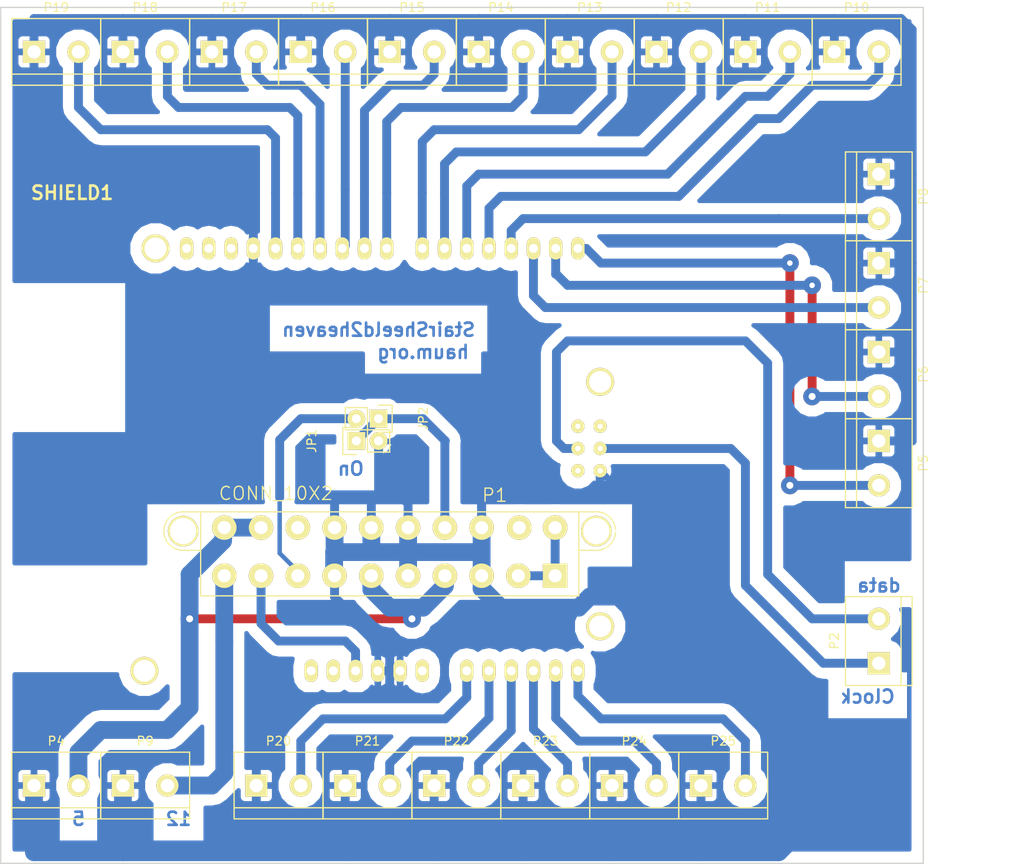
<source format=kicad_pcb>
(kicad_pcb (version 4) (host pcbnew "(2014-jul-16 BZR unknown)-product")

  (general
    (links 66)
    (no_connects 0)
    (area 74.854999 17.871 191.870001 116.915001)
    (thickness 1.6)
    (drawings 12)
    (tracks 283)
    (zones 0)
    (modules 27)
    (nets 41)
  )

  (page A4)
  (layers
    (0 F.Cu signal)
    (31 B.Cu signal)
    (32 B.Adhes user)
    (33 F.Adhes user)
    (34 B.Paste user)
    (35 F.Paste user)
    (36 B.SilkS user)
    (37 F.SilkS user)
    (38 B.Mask user)
    (39 F.Mask user)
    (40 Dwgs.User user)
    (41 Cmts.User user)
    (42 Eco1.User user)
    (43 Eco2.User user)
    (44 Edge.Cuts user)
    (45 Margin user)
    (46 B.CrtYd user)
    (47 F.CrtYd user)
    (48 B.Fab user)
    (49 F.Fab user)
  )

  (setup
    (last_trace_width 0.254)
    (user_trace_width 0.508)
    (user_trace_width 2.032)
    (trace_clearance 0.254)
    (zone_clearance 1.27)
    (zone_45_only yes)
    (trace_min 0.254)
    (segment_width 0.2)
    (edge_width 0.15)
    (via_size 0.889)
    (via_drill 0.635)
    (via_min_size 0.889)
    (via_min_drill 0.508)
    (user_via 2.032 0.8)
    (uvia_size 0.508)
    (uvia_drill 0.127)
    (uvias_allowed no)
    (uvia_min_size 0.508)
    (uvia_min_drill 0.127)
    (pcb_text_width 0.3)
    (pcb_text_size 1.5 1.5)
    (mod_edge_width 0.15)
    (mod_text_size 1.5 1.5)
    (mod_text_width 0.15)
    (pad_size 3.2 3.2)
    (pad_drill 2.5)
    (pad_to_mask_clearance 0.2)
    (aux_axis_origin 0 0)
    (visible_elements 7FFFFFFF)
    (pcbplotparams
      (layerselection 0x00020_80000001)
      (usegerberextensions false)
      (excludeedgelayer false)
      (linewidth 0.100000)
      (plotframeref false)
      (viasonmask false)
      (mode 1)
      (useauxorigin false)
      (hpglpennumber 1)
      (hpglpenspeed 20)
      (hpglpendiameter 15)
      (hpglpenoverlay 2)
      (psnegative false)
      (psa4output false)
      (plotreference true)
      (plotvalue true)
      (plotinvisibletext false)
      (padsonsilk false)
      (subtractmaskfromsilk false)
      (outputformat 2)
      (mirror false)
      (drillshape 1)
      (scaleselection 1)
      (outputdirectory fab/))
  )

  (net 0 "")
  (net 1 /PSON)
  (net 2 GND)
  (net 3 /3V3)
  (net 4 "Net-(P1-Pad4)")
  (net 5 /5V)
  (net 6 /PG)
  (net 7 "Net-(P1-Pad16)")
  (net 8 /5V_SB)
  (net 9 /12V)
  (net 10 /data)
  (net 11 /clock)
  (net 12 /1)
  (net 13 /2)
  (net 14 /3)
  (net 15 /4)
  (net 16 /5)
  (net 17 /6)
  (net 18 /7)
  (net 19 /8)
  (net 20 /9)
  (net 21 /10)
  (net 22 /11)
  (net 23 /12)
  (net 24 /13)
  (net 25 /14)
  (net 26 /15)
  (net 27 /16)
  (net 28 /17)
  (net 29 /18)
  (net 30 /19)
  (net 31 /20)
  (net 32 "Net-(SHIELD1-PadV_IN)")
  (net 33 "Net-(SHIELD1-Pad3V3)")
  (net 34 "Net-(SHIELD1-PadRST)")
  (net 35 "Net-(SHIELD1-PadAREF)")
  (net 36 "Net-(SHIELD1-Pad_MIS)")
  (net 37 "Net-(SHIELD1-Pad_5V)")
  (net 38 "Net-(SHIELD1-Pad_RST)")
  (net 39 "Net-(SHIELD1-PadSDA)")
  (net 40 "Net-(SHIELD1-PadSCL)")

  (net_class Default "Ceci est la Netclass par défaut"
    (clearance 0.254)
    (trace_width 0.254)
    (via_dia 0.889)
    (via_drill 0.635)
    (uvia_dia 0.508)
    (uvia_drill 0.127)
  )

  (net_class piste_cmd ""
    (clearance 0.254)
    (trace_width 1.016)
    (via_dia 0.889)
    (via_drill 0.635)
    (uvia_dia 0.508)
    (uvia_drill 0.127)
    (add_net /1)
    (add_net /10)
    (add_net /11)
    (add_net /12)
    (add_net /12V)
    (add_net /13)
    (add_net /14)
    (add_net /15)
    (add_net /16)
    (add_net /17)
    (add_net /18)
    (add_net /19)
    (add_net /2)
    (add_net /20)
    (add_net /3)
    (add_net /3V3)
    (add_net /4)
    (add_net /5)
    (add_net /5V)
    (add_net /5V_SB)
    (add_net /6)
    (add_net /7)
    (add_net /8)
    (add_net /9)
    (add_net /PG)
    (add_net /PSON)
    (add_net /clock)
    (add_net /data)
    (add_net GND)
    (add_net "Net-(P1-Pad16)")
    (add_net "Net-(P1-Pad4)")
    (add_net "Net-(SHIELD1-Pad3V3)")
    (add_net "Net-(SHIELD1-PadAREF)")
    (add_net "Net-(SHIELD1-PadRST)")
    (add_net "Net-(SHIELD1-PadSCL)")
    (add_net "Net-(SHIELD1-PadSDA)")
    (add_net "Net-(SHIELD1-PadV_IN)")
    (add_net "Net-(SHIELD1-Pad_5V)")
    (add_net "Net-(SHIELD1-Pad_MIS)")
    (add_net "Net-(SHIELD1-Pad_RST)")
  )

  (net_class piste_cmdS ""
    (clearance 0.254)
    (trace_width 0.6)
    (via_dia 0.889)
    (via_drill 0.635)
    (uvia_dia 0.508)
    (uvia_drill 0.127)
  )

  (net_class piste_pwr ""
    (clearance 0.254)
    (trace_width 2.032)
    (via_dia 0.889)
    (via_drill 0.635)
    (uvia_dia 0.508)
    (uvia_drill 0.127)
  )

  (module Pin_Headers:Pin_Header_Straight_1x02 (layer F.Cu) (tedit 54EA090C) (tstamp 561544E3)
    (at 115.57 68.58 90)
    (descr "Through hole pin header")
    (tags "pin header")
    (path /561441BD)
    (fp_text reference JP1 (at 0 -5.1 90) (layer F.SilkS)
      (effects (font (size 1 1) (thickness 0.15)))
    )
    (fp_text value JUMPER (at 0 -3.1 90) (layer F.Fab)
      (effects (font (size 1 1) (thickness 0.15)))
    )
    (fp_line (start 1.27 1.27) (end 1.27 3.81) (layer F.SilkS) (width 0.15))
    (fp_line (start 1.55 -1.55) (end 1.55 0) (layer F.SilkS) (width 0.15))
    (fp_line (start -1.75 -1.75) (end -1.75 4.3) (layer F.CrtYd) (width 0.05))
    (fp_line (start 1.75 -1.75) (end 1.75 4.3) (layer F.CrtYd) (width 0.05))
    (fp_line (start -1.75 -1.75) (end 1.75 -1.75) (layer F.CrtYd) (width 0.05))
    (fp_line (start -1.75 4.3) (end 1.75 4.3) (layer F.CrtYd) (width 0.05))
    (fp_line (start 1.27 1.27) (end -1.27 1.27) (layer F.SilkS) (width 0.15))
    (fp_line (start -1.55 0) (end -1.55 -1.55) (layer F.SilkS) (width 0.15))
    (fp_line (start -1.55 -1.55) (end 1.55 -1.55) (layer F.SilkS) (width 0.15))
    (fp_line (start -1.27 1.27) (end -1.27 3.81) (layer F.SilkS) (width 0.15))
    (fp_line (start -1.27 3.81) (end 1.27 3.81) (layer F.SilkS) (width 0.15))
    (pad 1 thru_hole rect (at 0 0 90) (size 2.032 2.032) (drill 1.016) (layers *.Cu *.Mask F.SilkS)
      (net 1 /PSON))
    (pad 2 thru_hole oval (at 0 2.54 90) (size 2.032 2.032) (drill 1.016) (layers *.Cu *.Mask F.SilkS)
      (net 2 GND))
    (model Pin_Headers.3dshapes/Pin_Header_Straight_1x02.wrl
      (at (xyz 0 -0.05 0))
      (scale (xyz 1 1 1))
      (rotate (xyz 0 0 90))
    )
  )

  (module JbLb_lib:ATX20 (layer F.Cu) (tedit 560002F9) (tstamp 561544FD)
    (at 119.38 81.28)
    (tags ATX)
    (path /56144C1C)
    (fp_text reference P1 (at 12 -6.5) (layer F.SilkS)
      (effects (font (size 1.5 1.5) (thickness 0.15)))
    )
    (fp_text value CONN_10X2 (at -13 -6.7) (layer F.SilkS)
      (effects (font (size 1.5 1.5) (thickness 0.15)))
    )
    (fp_line (start -23.6 -0.2) (end -21.6 -0.2) (layer F.SilkS) (width 0.15))
    (fp_line (start -21.6 -4.6) (end -23.6 -4.6) (layer F.SilkS) (width 0.15))
    (fp_arc (start -23.6 -2.4) (end -23.6 -0.2) (angle 90) (layer F.SilkS) (width 0.15))
    (fp_arc (start -23.6 -2.4) (end -25.8 -2.4) (angle 90) (layer F.SilkS) (width 0.15))
    (fp_line (start 23.5 -0.2) (end 21.6 -0.2) (layer F.SilkS) (width 0.15))
    (fp_line (start 23.4 -4.6) (end 21.6 -4.6) (layer F.SilkS) (width 0.15))
    (fp_arc (start 23.6 -2.4) (end 25.8 -2.3) (angle 90) (layer F.SilkS) (width 0.15))
    (fp_arc (start 23.6 -2.4) (end 23.4 -4.6) (angle 90) (layer F.SilkS) (width 0.15))
    (fp_line (start -21.6 5) (end 21.6 5) (layer F.SilkS) (width 0.15))
    (fp_line (start 0 -4.6) (end 21.6 -4.6) (layer F.SilkS) (width 0.15))
    (fp_line (start 21.6 -4.6) (end 21.6 5) (layer F.SilkS) (width 0.15))
    (fp_line (start -21.6 5) (end -21.6 -4.6) (layer F.SilkS) (width 0.15))
    (fp_line (start -21.6 -4.6) (end 0 -4.6) (layer F.SilkS) (width 0.15))
    (pad 1 thru_hole rect (at 18.9 2.7) (size 2.8 2.8) (drill 1.5) (layers *.Cu *.Mask F.SilkS)
      (net 3 /3V3))
    (pad 2 thru_hole circle (at 18.9 -2.8) (size 2.8 2.8) (drill 1.5) (layers *.Cu *.Mask F.SilkS)
      (net 3 /3V3))
    (pad 3 thru_hole circle (at 14.7 2.7) (size 2.8 2.8) (drill 1.5) (layers *.Cu *.Mask F.SilkS)
      (net 3 /3V3))
    (pad 4 thru_hole circle (at 14.8 -2.8) (size 2.8 2.8) (drill 1.5) (layers *.Cu *.Mask F.SilkS)
      (net 4 "Net-(P1-Pad4)"))
    (pad 5 thru_hole circle (at 10.5 2.7) (size 2.8 2.8) (drill 1.5) (layers *.Cu *.Mask F.SilkS)
      (net 2 GND))
    (pad 6 thru_hole circle (at 10.5 -2.8) (size 2.8 2.8) (drill 1.5) (layers *.Cu *.Mask F.SilkS)
      (net 2 GND))
    (pad 7 thru_hole circle (at 6.3 2.7) (size 2.8 2.8) (drill 1.5) (layers *.Cu *.Mask F.SilkS)
      (net 5 /5V))
    (pad 8 thru_hole circle (at 6.3 -2.8) (size 2.8 2.8) (drill 1.5) (layers *.Cu *.Mask F.SilkS)
      (net 1 /PSON))
    (pad 9 thru_hole circle (at 2.1 2.7) (size 2.8 2.8) (drill 1.5) (layers *.Cu *.Mask F.SilkS)
      (net 2 GND))
    (pad 10 thru_hole circle (at 2.1 -2.8) (size 2.8 2.8) (drill 1.5) (layers *.Cu *.Mask F.SilkS)
      (net 2 GND))
    (pad 11 thru_hole circle (at -2.1 2.7) (size 2.8 2.8) (drill 1.5) (layers *.Cu *.Mask F.SilkS)
      (net 5 /5V))
    (pad 12 thru_hole circle (at -2.1 -2.8) (size 2.8 2.8) (drill 1.5) (layers *.Cu *.Mask F.SilkS)
      (net 2 GND))
    (pad 13 thru_hole circle (at -6.3 2.7) (size 2.8 2.8) (drill 1.5) (layers *.Cu *.Mask F.SilkS)
      (net 2 GND))
    (pad 14 thru_hole circle (at -6.3 -2.8) (size 2.8 2.8) (drill 1.5) (layers *.Cu *.Mask F.SilkS)
      (net 2 GND))
    (pad 15 thru_hole circle (at -10.5 2.7) (size 2.8 2.8) (drill 1.5) (layers *.Cu *.Mask F.SilkS)
      (net 6 /PG))
    (pad 16 thru_hole circle (at -10.5 -2.8) (size 2.8 2.8) (drill 1.5) (layers *.Cu *.Mask F.SilkS)
      (net 7 "Net-(P1-Pad16)"))
    (pad 17 thru_hole circle (at -14.7 2.7) (size 2.8 2.8) (drill 1.5) (layers *.Cu *.Mask F.SilkS)
      (net 8 /5V_SB))
    (pad 18 thru_hole circle (at -14.7 -2.8) (size 2.8 2.8) (drill 1.5) (layers *.Cu *.Mask F.SilkS)
      (net 5 /5V))
    (pad 19 thru_hole circle (at -18.9 2.7) (size 2.8 2.8) (drill 1.5) (layers *.Cu *.Mask F.SilkS)
      (net 9 /12V))
    (pad 20 thru_hole circle (at -18.9 -2.8) (size 2.8 2.8) (drill 1.5) (layers *.Cu *.Mask F.SilkS)
      (net 5 /5V))
    (pad 21 thru_hole circle (at 23.6 -2.4) (size 3.5 3.5) (drill 3) (layers *.Cu *.Mask F.SilkS))
    (pad 22 thru_hole circle (at -23.6 -2.4) (size 3.5 3.5) (drill 3) (layers *.Cu *.Mask F.SilkS))
  )

  (module Connect:bornier2 (layer F.Cu) (tedit 5615446B) (tstamp 56154503)
    (at 175.26 91.44 90)
    (descr "Bornier d'alimentation 2 pins")
    (tags DEV)
    (path /5614A0FA)
    (fp_text reference P2 (at 0 -5.08 90) (layer F.SilkS)
      (effects (font (size 1 1) (thickness 0.15)))
    )
    (fp_text value LED1 (at 0 5.08 90) (layer F.Fab)
      (effects (font (size 1 1) (thickness 0.15)))
    )
    (fp_line (start 5.08 2.54) (end -5.08 2.54) (layer F.SilkS) (width 0.15))
    (fp_line (start 5.08 3.81) (end 5.08 -3.81) (layer F.SilkS) (width 0.15))
    (fp_line (start 5.08 -3.81) (end -5.08 -3.81) (layer F.SilkS) (width 0.15))
    (fp_line (start -5.08 -3.81) (end -5.08 3.81) (layer F.SilkS) (width 0.15))
    (fp_line (start -5.08 3.81) (end 5.08 3.81) (layer F.SilkS) (width 0.15))
    (pad 1 thru_hole rect (at -2.54 0 90) (size 2.54 2.54) (drill 1.524) (layers *.Cu *.Mask F.SilkS)
      (net 10 /data))
    (pad 2 thru_hole circle (at 2.54 0 90) (size 2.54 2.54) (drill 1.524) (layers *.Cu *.Mask F.SilkS)
      (net 11 /clock))
    (model Connect.3dshapes/bornier2.wrl
      (at (xyz 0 0 0))
      (scale (xyz 1 1 1))
      (rotate (xyz 0 0 0))
    )
  )

  (module Connect:bornier2 (layer F.Cu) (tedit 5615446B) (tstamp 5615450F)
    (at 81.28 107.95)
    (descr "Bornier d'alimentation 2 pins")
    (tags DEV)
    (path /56144C11)
    (fp_text reference P4 (at 0 -5.08) (layer F.SilkS)
      (effects (font (size 1 1) (thickness 0.15)))
    )
    (fp_text value 5V (at 0 5.08) (layer F.Fab)
      (effects (font (size 1 1) (thickness 0.15)))
    )
    (fp_line (start 5.08 2.54) (end -5.08 2.54) (layer F.SilkS) (width 0.15))
    (fp_line (start 5.08 3.81) (end 5.08 -3.81) (layer F.SilkS) (width 0.15))
    (fp_line (start 5.08 -3.81) (end -5.08 -3.81) (layer F.SilkS) (width 0.15))
    (fp_line (start -5.08 -3.81) (end -5.08 3.81) (layer F.SilkS) (width 0.15))
    (fp_line (start -5.08 3.81) (end 5.08 3.81) (layer F.SilkS) (width 0.15))
    (pad 1 thru_hole rect (at -2.54 0) (size 2.54 2.54) (drill 1.524) (layers *.Cu *.Mask F.SilkS)
      (net 2 GND))
    (pad 2 thru_hole circle (at 2.54 0) (size 2.54 2.54) (drill 1.524) (layers *.Cu *.Mask F.SilkS)
      (net 5 /5V))
    (model Connect.3dshapes/bornier2.wrl
      (at (xyz 0 0 0))
      (scale (xyz 1 1 1))
      (rotate (xyz 0 0 0))
    )
  )

  (module Connect:bornier2 (layer F.Cu) (tedit 5615446B) (tstamp 56154515)
    (at 175.26 71.12 270)
    (descr "Bornier d'alimentation 2 pins")
    (tags DEV)
    (path /561503DA)
    (fp_text reference P5 (at 0 -5.08 270) (layer F.SilkS)
      (effects (font (size 1 1) (thickness 0.15)))
    )
    (fp_text value 1 (at 0 5.08 270) (layer F.Fab)
      (effects (font (size 1 1) (thickness 0.15)))
    )
    (fp_line (start 5.08 2.54) (end -5.08 2.54) (layer F.SilkS) (width 0.15))
    (fp_line (start 5.08 3.81) (end 5.08 -3.81) (layer F.SilkS) (width 0.15))
    (fp_line (start 5.08 -3.81) (end -5.08 -3.81) (layer F.SilkS) (width 0.15))
    (fp_line (start -5.08 -3.81) (end -5.08 3.81) (layer F.SilkS) (width 0.15))
    (fp_line (start -5.08 3.81) (end 5.08 3.81) (layer F.SilkS) (width 0.15))
    (pad 1 thru_hole rect (at -2.54 0 270) (size 2.54 2.54) (drill 1.524) (layers *.Cu *.Mask F.SilkS)
      (net 2 GND))
    (pad 2 thru_hole circle (at 2.54 0 270) (size 2.54 2.54) (drill 1.524) (layers *.Cu *.Mask F.SilkS)
      (net 12 /1))
    (model Connect.3dshapes/bornier2.wrl
      (at (xyz 0 0 0))
      (scale (xyz 1 1 1))
      (rotate (xyz 0 0 0))
    )
  )

  (module Connect:bornier2 (layer F.Cu) (tedit 5615446B) (tstamp 5615451B)
    (at 175.26 60.96 270)
    (descr "Bornier d'alimentation 2 pins")
    (tags DEV)
    (path /561503E0)
    (fp_text reference P6 (at 0 -5.08 270) (layer F.SilkS)
      (effects (font (size 1 1) (thickness 0.15)))
    )
    (fp_text value 2 (at 0 5.08 270) (layer F.Fab)
      (effects (font (size 1 1) (thickness 0.15)))
    )
    (fp_line (start 5.08 2.54) (end -5.08 2.54) (layer F.SilkS) (width 0.15))
    (fp_line (start 5.08 3.81) (end 5.08 -3.81) (layer F.SilkS) (width 0.15))
    (fp_line (start 5.08 -3.81) (end -5.08 -3.81) (layer F.SilkS) (width 0.15))
    (fp_line (start -5.08 -3.81) (end -5.08 3.81) (layer F.SilkS) (width 0.15))
    (fp_line (start -5.08 3.81) (end 5.08 3.81) (layer F.SilkS) (width 0.15))
    (pad 1 thru_hole rect (at -2.54 0 270) (size 2.54 2.54) (drill 1.524) (layers *.Cu *.Mask F.SilkS)
      (net 2 GND))
    (pad 2 thru_hole circle (at 2.54 0 270) (size 2.54 2.54) (drill 1.524) (layers *.Cu *.Mask F.SilkS)
      (net 13 /2))
    (model Connect.3dshapes/bornier2.wrl
      (at (xyz 0 0 0))
      (scale (xyz 1 1 1))
      (rotate (xyz 0 0 0))
    )
  )

  (module Connect:bornier2 (layer F.Cu) (tedit 5615446B) (tstamp 56154521)
    (at 175.26 50.8 270)
    (descr "Bornier d'alimentation 2 pins")
    (tags DEV)
    (path /561503E6)
    (fp_text reference P7 (at 0 -5.08 270) (layer F.SilkS)
      (effects (font (size 1 1) (thickness 0.15)))
    )
    (fp_text value 3 (at 0 5.08 270) (layer F.Fab)
      (effects (font (size 1 1) (thickness 0.15)))
    )
    (fp_line (start 5.08 2.54) (end -5.08 2.54) (layer F.SilkS) (width 0.15))
    (fp_line (start 5.08 3.81) (end 5.08 -3.81) (layer F.SilkS) (width 0.15))
    (fp_line (start 5.08 -3.81) (end -5.08 -3.81) (layer F.SilkS) (width 0.15))
    (fp_line (start -5.08 -3.81) (end -5.08 3.81) (layer F.SilkS) (width 0.15))
    (fp_line (start -5.08 3.81) (end 5.08 3.81) (layer F.SilkS) (width 0.15))
    (pad 1 thru_hole rect (at -2.54 0 270) (size 2.54 2.54) (drill 1.524) (layers *.Cu *.Mask F.SilkS)
      (net 2 GND))
    (pad 2 thru_hole circle (at 2.54 0 270) (size 2.54 2.54) (drill 1.524) (layers *.Cu *.Mask F.SilkS)
      (net 14 /3))
    (model Connect.3dshapes/bornier2.wrl
      (at (xyz 0 0 0))
      (scale (xyz 1 1 1))
      (rotate (xyz 0 0 0))
    )
  )

  (module Connect:bornier2 (layer F.Cu) (tedit 5615446B) (tstamp 56154527)
    (at 175.26 40.64 270)
    (descr "Bornier d'alimentation 2 pins")
    (tags DEV)
    (path /561503EC)
    (fp_text reference P8 (at 0 -5.08 270) (layer F.SilkS)
      (effects (font (size 1 1) (thickness 0.15)))
    )
    (fp_text value 4 (at 0 5.08 270) (layer F.Fab)
      (effects (font (size 1 1) (thickness 0.15)))
    )
    (fp_line (start 5.08 2.54) (end -5.08 2.54) (layer F.SilkS) (width 0.15))
    (fp_line (start 5.08 3.81) (end 5.08 -3.81) (layer F.SilkS) (width 0.15))
    (fp_line (start 5.08 -3.81) (end -5.08 -3.81) (layer F.SilkS) (width 0.15))
    (fp_line (start -5.08 -3.81) (end -5.08 3.81) (layer F.SilkS) (width 0.15))
    (fp_line (start -5.08 3.81) (end 5.08 3.81) (layer F.SilkS) (width 0.15))
    (pad 1 thru_hole rect (at -2.54 0 270) (size 2.54 2.54) (drill 1.524) (layers *.Cu *.Mask F.SilkS)
      (net 2 GND))
    (pad 2 thru_hole circle (at 2.54 0 270) (size 2.54 2.54) (drill 1.524) (layers *.Cu *.Mask F.SilkS)
      (net 15 /4))
    (model Connect.3dshapes/bornier2.wrl
      (at (xyz 0 0 0))
      (scale (xyz 1 1 1))
      (rotate (xyz 0 0 0))
    )
  )

  (module Connect:bornier2 (layer F.Cu) (tedit 5615446B) (tstamp 5615452D)
    (at 91.44 107.95)
    (descr "Bornier d'alimentation 2 pins")
    (tags DEV)
    (path /56144C12)
    (fp_text reference P9 (at 0 -5.08) (layer F.SilkS)
      (effects (font (size 1 1) (thickness 0.15)))
    )
    (fp_text value 12V (at 0 5.08) (layer F.Fab)
      (effects (font (size 1 1) (thickness 0.15)))
    )
    (fp_line (start 5.08 2.54) (end -5.08 2.54) (layer F.SilkS) (width 0.15))
    (fp_line (start 5.08 3.81) (end 5.08 -3.81) (layer F.SilkS) (width 0.15))
    (fp_line (start 5.08 -3.81) (end -5.08 -3.81) (layer F.SilkS) (width 0.15))
    (fp_line (start -5.08 -3.81) (end -5.08 3.81) (layer F.SilkS) (width 0.15))
    (fp_line (start -5.08 3.81) (end 5.08 3.81) (layer F.SilkS) (width 0.15))
    (pad 1 thru_hole rect (at -2.54 0) (size 2.54 2.54) (drill 1.524) (layers *.Cu *.Mask F.SilkS)
      (net 2 GND))
    (pad 2 thru_hole circle (at 2.54 0) (size 2.54 2.54) (drill 1.524) (layers *.Cu *.Mask F.SilkS)
      (net 9 /12V))
    (model Connect.3dshapes/bornier2.wrl
      (at (xyz 0 0 0))
      (scale (xyz 1 1 1))
      (rotate (xyz 0 0 0))
    )
  )

  (module Connect:bornier2 (layer F.Cu) (tedit 5615446B) (tstamp 56154533)
    (at 172.72 24.13)
    (descr "Bornier d'alimentation 2 pins")
    (tags DEV)
    (path /561501E7)
    (fp_text reference P10 (at 0 -5.08) (layer F.SilkS)
      (effects (font (size 1 1) (thickness 0.15)))
    )
    (fp_text value 5 (at 0 5.08) (layer F.Fab)
      (effects (font (size 1 1) (thickness 0.15)))
    )
    (fp_line (start 5.08 2.54) (end -5.08 2.54) (layer F.SilkS) (width 0.15))
    (fp_line (start 5.08 3.81) (end 5.08 -3.81) (layer F.SilkS) (width 0.15))
    (fp_line (start 5.08 -3.81) (end -5.08 -3.81) (layer F.SilkS) (width 0.15))
    (fp_line (start -5.08 -3.81) (end -5.08 3.81) (layer F.SilkS) (width 0.15))
    (fp_line (start -5.08 3.81) (end 5.08 3.81) (layer F.SilkS) (width 0.15))
    (pad 1 thru_hole rect (at -2.54 0) (size 2.54 2.54) (drill 1.524) (layers *.Cu *.Mask F.SilkS)
      (net 2 GND))
    (pad 2 thru_hole circle (at 2.54 0) (size 2.54 2.54) (drill 1.524) (layers *.Cu *.Mask F.SilkS)
      (net 16 /5))
    (model Connect.3dshapes/bornier2.wrl
      (at (xyz 0 0 0))
      (scale (xyz 1 1 1))
      (rotate (xyz 0 0 0))
    )
  )

  (module Connect:bornier2 (layer F.Cu) (tedit 5615446B) (tstamp 56154539)
    (at 162.56 24.13)
    (descr "Bornier d'alimentation 2 pins")
    (tags DEV)
    (path /561501ED)
    (fp_text reference P11 (at 0 -5.08) (layer F.SilkS)
      (effects (font (size 1 1) (thickness 0.15)))
    )
    (fp_text value 6 (at 0 5.08) (layer F.Fab)
      (effects (font (size 1 1) (thickness 0.15)))
    )
    (fp_line (start 5.08 2.54) (end -5.08 2.54) (layer F.SilkS) (width 0.15))
    (fp_line (start 5.08 3.81) (end 5.08 -3.81) (layer F.SilkS) (width 0.15))
    (fp_line (start 5.08 -3.81) (end -5.08 -3.81) (layer F.SilkS) (width 0.15))
    (fp_line (start -5.08 -3.81) (end -5.08 3.81) (layer F.SilkS) (width 0.15))
    (fp_line (start -5.08 3.81) (end 5.08 3.81) (layer F.SilkS) (width 0.15))
    (pad 1 thru_hole rect (at -2.54 0) (size 2.54 2.54) (drill 1.524) (layers *.Cu *.Mask F.SilkS)
      (net 2 GND))
    (pad 2 thru_hole circle (at 2.54 0) (size 2.54 2.54) (drill 1.524) (layers *.Cu *.Mask F.SilkS)
      (net 17 /6))
    (model Connect.3dshapes/bornier2.wrl
      (at (xyz 0 0 0))
      (scale (xyz 1 1 1))
      (rotate (xyz 0 0 0))
    )
  )

  (module Connect:bornier2 (layer F.Cu) (tedit 5615446B) (tstamp 5615453F)
    (at 152.4 24.13)
    (descr "Bornier d'alimentation 2 pins")
    (tags DEV)
    (path /561501F3)
    (fp_text reference P12 (at 0 -5.08) (layer F.SilkS)
      (effects (font (size 1 1) (thickness 0.15)))
    )
    (fp_text value 7 (at 0 5.08) (layer F.Fab)
      (effects (font (size 1 1) (thickness 0.15)))
    )
    (fp_line (start 5.08 2.54) (end -5.08 2.54) (layer F.SilkS) (width 0.15))
    (fp_line (start 5.08 3.81) (end 5.08 -3.81) (layer F.SilkS) (width 0.15))
    (fp_line (start 5.08 -3.81) (end -5.08 -3.81) (layer F.SilkS) (width 0.15))
    (fp_line (start -5.08 -3.81) (end -5.08 3.81) (layer F.SilkS) (width 0.15))
    (fp_line (start -5.08 3.81) (end 5.08 3.81) (layer F.SilkS) (width 0.15))
    (pad 1 thru_hole rect (at -2.54 0) (size 2.54 2.54) (drill 1.524) (layers *.Cu *.Mask F.SilkS)
      (net 2 GND))
    (pad 2 thru_hole circle (at 2.54 0) (size 2.54 2.54) (drill 1.524) (layers *.Cu *.Mask F.SilkS)
      (net 18 /7))
    (model Connect.3dshapes/bornier2.wrl
      (at (xyz 0 0 0))
      (scale (xyz 1 1 1))
      (rotate (xyz 0 0 0))
    )
  )

  (module Connect:bornier2 (layer F.Cu) (tedit 5615446B) (tstamp 56154545)
    (at 142.24 24.13)
    (descr "Bornier d'alimentation 2 pins")
    (tags DEV)
    (path /561501F9)
    (fp_text reference P13 (at 0 -5.08) (layer F.SilkS)
      (effects (font (size 1 1) (thickness 0.15)))
    )
    (fp_text value 8 (at 0 5.08) (layer F.Fab)
      (effects (font (size 1 1) (thickness 0.15)))
    )
    (fp_line (start 5.08 2.54) (end -5.08 2.54) (layer F.SilkS) (width 0.15))
    (fp_line (start 5.08 3.81) (end 5.08 -3.81) (layer F.SilkS) (width 0.15))
    (fp_line (start 5.08 -3.81) (end -5.08 -3.81) (layer F.SilkS) (width 0.15))
    (fp_line (start -5.08 -3.81) (end -5.08 3.81) (layer F.SilkS) (width 0.15))
    (fp_line (start -5.08 3.81) (end 5.08 3.81) (layer F.SilkS) (width 0.15))
    (pad 1 thru_hole rect (at -2.54 0) (size 2.54 2.54) (drill 1.524) (layers *.Cu *.Mask F.SilkS)
      (net 2 GND))
    (pad 2 thru_hole circle (at 2.54 0) (size 2.54 2.54) (drill 1.524) (layers *.Cu *.Mask F.SilkS)
      (net 19 /8))
    (model Connect.3dshapes/bornier2.wrl
      (at (xyz 0 0 0))
      (scale (xyz 1 1 1))
      (rotate (xyz 0 0 0))
    )
  )

  (module Connect:bornier2 (layer F.Cu) (tedit 5615446B) (tstamp 5615454B)
    (at 132.08 24.13)
    (descr "Bornier d'alimentation 2 pins")
    (tags DEV)
    (path /561501BA)
    (fp_text reference P14 (at 0 -5.08) (layer F.SilkS)
      (effects (font (size 1 1) (thickness 0.15)))
    )
    (fp_text value 9 (at 0 5.08) (layer F.Fab)
      (effects (font (size 1 1) (thickness 0.15)))
    )
    (fp_line (start 5.08 2.54) (end -5.08 2.54) (layer F.SilkS) (width 0.15))
    (fp_line (start 5.08 3.81) (end 5.08 -3.81) (layer F.SilkS) (width 0.15))
    (fp_line (start 5.08 -3.81) (end -5.08 -3.81) (layer F.SilkS) (width 0.15))
    (fp_line (start -5.08 -3.81) (end -5.08 3.81) (layer F.SilkS) (width 0.15))
    (fp_line (start -5.08 3.81) (end 5.08 3.81) (layer F.SilkS) (width 0.15))
    (pad 1 thru_hole rect (at -2.54 0) (size 2.54 2.54) (drill 1.524) (layers *.Cu *.Mask F.SilkS)
      (net 2 GND))
    (pad 2 thru_hole circle (at 2.54 0) (size 2.54 2.54) (drill 1.524) (layers *.Cu *.Mask F.SilkS)
      (net 20 /9))
    (model Connect.3dshapes/bornier2.wrl
      (at (xyz 0 0 0))
      (scale (xyz 1 1 1))
      (rotate (xyz 0 0 0))
    )
  )

  (module Connect:bornier2 (layer F.Cu) (tedit 5615446B) (tstamp 56154551)
    (at 121.92 24.13)
    (descr "Bornier d'alimentation 2 pins")
    (tags DEV)
    (path /561501C0)
    (fp_text reference P15 (at 0 -5.08) (layer F.SilkS)
      (effects (font (size 1 1) (thickness 0.15)))
    )
    (fp_text value 10 (at 0 5.08) (layer F.Fab)
      (effects (font (size 1 1) (thickness 0.15)))
    )
    (fp_line (start 5.08 2.54) (end -5.08 2.54) (layer F.SilkS) (width 0.15))
    (fp_line (start 5.08 3.81) (end 5.08 -3.81) (layer F.SilkS) (width 0.15))
    (fp_line (start 5.08 -3.81) (end -5.08 -3.81) (layer F.SilkS) (width 0.15))
    (fp_line (start -5.08 -3.81) (end -5.08 3.81) (layer F.SilkS) (width 0.15))
    (fp_line (start -5.08 3.81) (end 5.08 3.81) (layer F.SilkS) (width 0.15))
    (pad 1 thru_hole rect (at -2.54 0) (size 2.54 2.54) (drill 1.524) (layers *.Cu *.Mask F.SilkS)
      (net 2 GND))
    (pad 2 thru_hole circle (at 2.54 0) (size 2.54 2.54) (drill 1.524) (layers *.Cu *.Mask F.SilkS)
      (net 21 /10))
    (model Connect.3dshapes/bornier2.wrl
      (at (xyz 0 0 0))
      (scale (xyz 1 1 1))
      (rotate (xyz 0 0 0))
    )
  )

  (module Connect:bornier2 (layer F.Cu) (tedit 5615446B) (tstamp 56154557)
    (at 111.76 24.13)
    (descr "Bornier d'alimentation 2 pins")
    (tags DEV)
    (path /561501C6)
    (fp_text reference P16 (at 0 -5.08) (layer F.SilkS)
      (effects (font (size 1 1) (thickness 0.15)))
    )
    (fp_text value 11 (at 0 5.08) (layer F.Fab)
      (effects (font (size 1 1) (thickness 0.15)))
    )
    (fp_line (start 5.08 2.54) (end -5.08 2.54) (layer F.SilkS) (width 0.15))
    (fp_line (start 5.08 3.81) (end 5.08 -3.81) (layer F.SilkS) (width 0.15))
    (fp_line (start 5.08 -3.81) (end -5.08 -3.81) (layer F.SilkS) (width 0.15))
    (fp_line (start -5.08 -3.81) (end -5.08 3.81) (layer F.SilkS) (width 0.15))
    (fp_line (start -5.08 3.81) (end 5.08 3.81) (layer F.SilkS) (width 0.15))
    (pad 1 thru_hole rect (at -2.54 0) (size 2.54 2.54) (drill 1.524) (layers *.Cu *.Mask F.SilkS)
      (net 2 GND))
    (pad 2 thru_hole circle (at 2.54 0) (size 2.54 2.54) (drill 1.524) (layers *.Cu *.Mask F.SilkS)
      (net 22 /11))
    (model Connect.3dshapes/bornier2.wrl
      (at (xyz 0 0 0))
      (scale (xyz 1 1 1))
      (rotate (xyz 0 0 0))
    )
  )

  (module Connect:bornier2 (layer F.Cu) (tedit 5615446B) (tstamp 5615455D)
    (at 101.6 24.13)
    (descr "Bornier d'alimentation 2 pins")
    (tags DEV)
    (path /561501CC)
    (fp_text reference P17 (at 0 -5.08) (layer F.SilkS)
      (effects (font (size 1 1) (thickness 0.15)))
    )
    (fp_text value 12 (at 0 5.08) (layer F.Fab)
      (effects (font (size 1 1) (thickness 0.15)))
    )
    (fp_line (start 5.08 2.54) (end -5.08 2.54) (layer F.SilkS) (width 0.15))
    (fp_line (start 5.08 3.81) (end 5.08 -3.81) (layer F.SilkS) (width 0.15))
    (fp_line (start 5.08 -3.81) (end -5.08 -3.81) (layer F.SilkS) (width 0.15))
    (fp_line (start -5.08 -3.81) (end -5.08 3.81) (layer F.SilkS) (width 0.15))
    (fp_line (start -5.08 3.81) (end 5.08 3.81) (layer F.SilkS) (width 0.15))
    (pad 1 thru_hole rect (at -2.54 0) (size 2.54 2.54) (drill 1.524) (layers *.Cu *.Mask F.SilkS)
      (net 2 GND))
    (pad 2 thru_hole circle (at 2.54 0) (size 2.54 2.54) (drill 1.524) (layers *.Cu *.Mask F.SilkS)
      (net 23 /12))
    (model Connect.3dshapes/bornier2.wrl
      (at (xyz 0 0 0))
      (scale (xyz 1 1 1))
      (rotate (xyz 0 0 0))
    )
  )

  (module Connect:bornier2 (layer F.Cu) (tedit 5615446B) (tstamp 56154563)
    (at 91.44 24.13)
    (descr "Bornier d'alimentation 2 pins")
    (tags DEV)
    (path /5614ED0E)
    (fp_text reference P18 (at 0 -5.08) (layer F.SilkS)
      (effects (font (size 1 1) (thickness 0.15)))
    )
    (fp_text value 13 (at 0 5.08) (layer F.Fab)
      (effects (font (size 1 1) (thickness 0.15)))
    )
    (fp_line (start 5.08 2.54) (end -5.08 2.54) (layer F.SilkS) (width 0.15))
    (fp_line (start 5.08 3.81) (end 5.08 -3.81) (layer F.SilkS) (width 0.15))
    (fp_line (start 5.08 -3.81) (end -5.08 -3.81) (layer F.SilkS) (width 0.15))
    (fp_line (start -5.08 -3.81) (end -5.08 3.81) (layer F.SilkS) (width 0.15))
    (fp_line (start -5.08 3.81) (end 5.08 3.81) (layer F.SilkS) (width 0.15))
    (pad 1 thru_hole rect (at -2.54 0) (size 2.54 2.54) (drill 1.524) (layers *.Cu *.Mask F.SilkS)
      (net 2 GND))
    (pad 2 thru_hole circle (at 2.54 0) (size 2.54 2.54) (drill 1.524) (layers *.Cu *.Mask F.SilkS)
      (net 24 /13))
    (model Connect.3dshapes/bornier2.wrl
      (at (xyz 0 0 0))
      (scale (xyz 1 1 1))
      (rotate (xyz 0 0 0))
    )
  )

  (module Connect:bornier2 (layer F.Cu) (tedit 5615446B) (tstamp 56154569)
    (at 81.28 24.13)
    (descr "Bornier d'alimentation 2 pins")
    (tags DEV)
    (path /5614ED14)
    (fp_text reference P19 (at 0 -5.08) (layer F.SilkS)
      (effects (font (size 1 1) (thickness 0.15)))
    )
    (fp_text value 14 (at 0 5.08) (layer F.Fab)
      (effects (font (size 1 1) (thickness 0.15)))
    )
    (fp_line (start 5.08 2.54) (end -5.08 2.54) (layer F.SilkS) (width 0.15))
    (fp_line (start 5.08 3.81) (end 5.08 -3.81) (layer F.SilkS) (width 0.15))
    (fp_line (start 5.08 -3.81) (end -5.08 -3.81) (layer F.SilkS) (width 0.15))
    (fp_line (start -5.08 -3.81) (end -5.08 3.81) (layer F.SilkS) (width 0.15))
    (fp_line (start -5.08 3.81) (end 5.08 3.81) (layer F.SilkS) (width 0.15))
    (pad 1 thru_hole rect (at -2.54 0) (size 2.54 2.54) (drill 1.524) (layers *.Cu *.Mask F.SilkS)
      (net 2 GND))
    (pad 2 thru_hole circle (at 2.54 0) (size 2.54 2.54) (drill 1.524) (layers *.Cu *.Mask F.SilkS)
      (net 25 /14))
    (model Connect.3dshapes/bornier2.wrl
      (at (xyz 0 0 0))
      (scale (xyz 1 1 1))
      (rotate (xyz 0 0 0))
    )
  )

  (module Connect:bornier2 (layer F.Cu) (tedit 5615446B) (tstamp 5615456F)
    (at 106.68 107.95)
    (descr "Bornier d'alimentation 2 pins")
    (tags DEV)
    (path /5614ED1A)
    (fp_text reference P20 (at 0 -5.08) (layer F.SilkS)
      (effects (font (size 1 1) (thickness 0.15)))
    )
    (fp_text value 15 (at 0 5.08) (layer F.Fab)
      (effects (font (size 1 1) (thickness 0.15)))
    )
    (fp_line (start 5.08 2.54) (end -5.08 2.54) (layer F.SilkS) (width 0.15))
    (fp_line (start 5.08 3.81) (end 5.08 -3.81) (layer F.SilkS) (width 0.15))
    (fp_line (start 5.08 -3.81) (end -5.08 -3.81) (layer F.SilkS) (width 0.15))
    (fp_line (start -5.08 -3.81) (end -5.08 3.81) (layer F.SilkS) (width 0.15))
    (fp_line (start -5.08 3.81) (end 5.08 3.81) (layer F.SilkS) (width 0.15))
    (pad 1 thru_hole rect (at -2.54 0) (size 2.54 2.54) (drill 1.524) (layers *.Cu *.Mask F.SilkS)
      (net 2 GND))
    (pad 2 thru_hole circle (at 2.54 0) (size 2.54 2.54) (drill 1.524) (layers *.Cu *.Mask F.SilkS)
      (net 26 /15))
    (model Connect.3dshapes/bornier2.wrl
      (at (xyz 0 0 0))
      (scale (xyz 1 1 1))
      (rotate (xyz 0 0 0))
    )
  )

  (module Connect:bornier2 (layer F.Cu) (tedit 5615446B) (tstamp 56154575)
    (at 116.84 107.95)
    (descr "Bornier d'alimentation 2 pins")
    (tags DEV)
    (path /5614ED20)
    (fp_text reference P21 (at 0 -5.08) (layer F.SilkS)
      (effects (font (size 1 1) (thickness 0.15)))
    )
    (fp_text value 16 (at 0 5.08) (layer F.Fab)
      (effects (font (size 1 1) (thickness 0.15)))
    )
    (fp_line (start 5.08 2.54) (end -5.08 2.54) (layer F.SilkS) (width 0.15))
    (fp_line (start 5.08 3.81) (end 5.08 -3.81) (layer F.SilkS) (width 0.15))
    (fp_line (start 5.08 -3.81) (end -5.08 -3.81) (layer F.SilkS) (width 0.15))
    (fp_line (start -5.08 -3.81) (end -5.08 3.81) (layer F.SilkS) (width 0.15))
    (fp_line (start -5.08 3.81) (end 5.08 3.81) (layer F.SilkS) (width 0.15))
    (pad 1 thru_hole rect (at -2.54 0) (size 2.54 2.54) (drill 1.524) (layers *.Cu *.Mask F.SilkS)
      (net 2 GND))
    (pad 2 thru_hole circle (at 2.54 0) (size 2.54 2.54) (drill 1.524) (layers *.Cu *.Mask F.SilkS)
      (net 27 /16))
    (model Connect.3dshapes/bornier2.wrl
      (at (xyz 0 0 0))
      (scale (xyz 1 1 1))
      (rotate (xyz 0 0 0))
    )
  )

  (module Connect:bornier2 (layer F.Cu) (tedit 5615446B) (tstamp 5615457B)
    (at 127 107.95)
    (descr "Bornier d'alimentation 2 pins")
    (tags DEV)
    (path /561438F4)
    (fp_text reference P22 (at 0 -5.08) (layer F.SilkS)
      (effects (font (size 1 1) (thickness 0.15)))
    )
    (fp_text value 17 (at 0 5.08) (layer F.Fab)
      (effects (font (size 1 1) (thickness 0.15)))
    )
    (fp_line (start 5.08 2.54) (end -5.08 2.54) (layer F.SilkS) (width 0.15))
    (fp_line (start 5.08 3.81) (end 5.08 -3.81) (layer F.SilkS) (width 0.15))
    (fp_line (start 5.08 -3.81) (end -5.08 -3.81) (layer F.SilkS) (width 0.15))
    (fp_line (start -5.08 -3.81) (end -5.08 3.81) (layer F.SilkS) (width 0.15))
    (fp_line (start -5.08 3.81) (end 5.08 3.81) (layer F.SilkS) (width 0.15))
    (pad 1 thru_hole rect (at -2.54 0) (size 2.54 2.54) (drill 1.524) (layers *.Cu *.Mask F.SilkS)
      (net 2 GND))
    (pad 2 thru_hole circle (at 2.54 0) (size 2.54 2.54) (drill 1.524) (layers *.Cu *.Mask F.SilkS)
      (net 28 /17))
    (model Connect.3dshapes/bornier2.wrl
      (at (xyz 0 0 0))
      (scale (xyz 1 1 1))
      (rotate (xyz 0 0 0))
    )
  )

  (module Connect:bornier2 (layer F.Cu) (tedit 5615446B) (tstamp 56154581)
    (at 137.16 107.95)
    (descr "Bornier d'alimentation 2 pins")
    (tags DEV)
    (path /56143B04)
    (fp_text reference P23 (at 0 -5.08) (layer F.SilkS)
      (effects (font (size 1 1) (thickness 0.15)))
    )
    (fp_text value 18 (at 0 5.08) (layer F.Fab)
      (effects (font (size 1 1) (thickness 0.15)))
    )
    (fp_line (start 5.08 2.54) (end -5.08 2.54) (layer F.SilkS) (width 0.15))
    (fp_line (start 5.08 3.81) (end 5.08 -3.81) (layer F.SilkS) (width 0.15))
    (fp_line (start 5.08 -3.81) (end -5.08 -3.81) (layer F.SilkS) (width 0.15))
    (fp_line (start -5.08 -3.81) (end -5.08 3.81) (layer F.SilkS) (width 0.15))
    (fp_line (start -5.08 3.81) (end 5.08 3.81) (layer F.SilkS) (width 0.15))
    (pad 1 thru_hole rect (at -2.54 0) (size 2.54 2.54) (drill 1.524) (layers *.Cu *.Mask F.SilkS)
      (net 2 GND))
    (pad 2 thru_hole circle (at 2.54 0) (size 2.54 2.54) (drill 1.524) (layers *.Cu *.Mask F.SilkS)
      (net 29 /18))
    (model Connect.3dshapes/bornier2.wrl
      (at (xyz 0 0 0))
      (scale (xyz 1 1 1))
      (rotate (xyz 0 0 0))
    )
  )

  (module Connect:bornier2 (layer F.Cu) (tedit 5615446B) (tstamp 56154587)
    (at 147.32 107.95)
    (descr "Bornier d'alimentation 2 pins")
    (tags DEV)
    (path /56143B0A)
    (fp_text reference P24 (at 0 -5.08) (layer F.SilkS)
      (effects (font (size 1 1) (thickness 0.15)))
    )
    (fp_text value 19 (at 0 5.08) (layer F.Fab)
      (effects (font (size 1 1) (thickness 0.15)))
    )
    (fp_line (start 5.08 2.54) (end -5.08 2.54) (layer F.SilkS) (width 0.15))
    (fp_line (start 5.08 3.81) (end 5.08 -3.81) (layer F.SilkS) (width 0.15))
    (fp_line (start 5.08 -3.81) (end -5.08 -3.81) (layer F.SilkS) (width 0.15))
    (fp_line (start -5.08 -3.81) (end -5.08 3.81) (layer F.SilkS) (width 0.15))
    (fp_line (start -5.08 3.81) (end 5.08 3.81) (layer F.SilkS) (width 0.15))
    (pad 1 thru_hole rect (at -2.54 0) (size 2.54 2.54) (drill 1.524) (layers *.Cu *.Mask F.SilkS)
      (net 2 GND))
    (pad 2 thru_hole circle (at 2.54 0) (size 2.54 2.54) (drill 1.524) (layers *.Cu *.Mask F.SilkS)
      (net 30 /19))
    (model Connect.3dshapes/bornier2.wrl
      (at (xyz 0 0 0))
      (scale (xyz 1 1 1))
      (rotate (xyz 0 0 0))
    )
  )

  (module Connect:bornier2 (layer F.Cu) (tedit 5615446B) (tstamp 5615458D)
    (at 157.48 107.95)
    (descr "Bornier d'alimentation 2 pins")
    (tags DEV)
    (path /56143B10)
    (fp_text reference P25 (at 0 -5.08) (layer F.SilkS)
      (effects (font (size 1 1) (thickness 0.15)))
    )
    (fp_text value 20 (at 0 5.08) (layer F.Fab)
      (effects (font (size 1 1) (thickness 0.15)))
    )
    (fp_line (start 5.08 2.54) (end -5.08 2.54) (layer F.SilkS) (width 0.15))
    (fp_line (start 5.08 3.81) (end 5.08 -3.81) (layer F.SilkS) (width 0.15))
    (fp_line (start 5.08 -3.81) (end -5.08 -3.81) (layer F.SilkS) (width 0.15))
    (fp_line (start -5.08 -3.81) (end -5.08 3.81) (layer F.SilkS) (width 0.15))
    (fp_line (start -5.08 3.81) (end 5.08 3.81) (layer F.SilkS) (width 0.15))
    (pad 1 thru_hole rect (at -2.54 0) (size 2.54 2.54) (drill 1.524) (layers *.Cu *.Mask F.SilkS)
      (net 2 GND))
    (pad 2 thru_hole circle (at 2.54 0) (size 2.54 2.54) (drill 1.524) (layers *.Cu *.Mask F.SilkS)
      (net 31 /20))
    (model Connect.3dshapes/bornier2.wrl
      (at (xyz 0 0 0))
      (scale (xyz 1 1 1))
      (rotate (xyz 0 0 0))
    )
  )

  (module haum_libs:ARDUINO_SHIELD_R3 (layer F.Cu) (tedit 561629AA) (tstamp 561545B5)
    (at 77.3811 97.3836)
    (tags Arduino)
    (path /56142E35)
    (fp_text reference SHIELD1 (at 5.715 -57.15) (layer F.SilkS)
      (effects (font (thickness 0.3048)))
    )
    (fp_text value ARDUINO_SHIELD_R3 (at 10.16 -54.61) (layer F.SilkS) hide
      (effects (font (thickness 0.3048)))
    )
    (fp_line (start 0 -44.45) (end 10.16 -44.45) (layer Dwgs.User) (width 0.381))
    (fp_line (start 10.16 -44.45) (end 10.16 -31.75) (layer Dwgs.User) (width 0.381))
    (fp_line (start 10.16 -31.75) (end 0 -31.75) (layer Dwgs.User) (width 0.381))
    (fp_line (start 12.7 -4.318) (end 0 -4.318) (layer Dwgs.User) (width 0.381))
    (fp_line (start 0 -12.7) (end 12.7 -12.7) (layer Dwgs.User) (width 0.381))
    (fp_line (start 12.7 -12.7) (end 12.7 -4.572) (layer Dwgs.User) (width 0.381))
    (fp_circle (center 13.97 -2.54) (end 16.002 -1.524) (layer Dwgs.User) (width 0.381))
    (fp_circle (center 15.24 -50.8) (end 16.764 -49.276) (layer Dwgs.User) (width 0.381))
    (fp_circle (center 66.04 -7.62) (end 67.31 -6.096) (layer Dwgs.User) (width 0.381))
    (fp_circle (center 66.04 -35.56) (end 67.31 -34.036) (layer Dwgs.User) (width 0.381))
    (fp_line (start 66.04 -40.64) (end 66.04 -52.07) (layer Dwgs.User) (width 0.381))
    (fp_line (start 66.04 -52.07) (end 64.77 -53.34) (layer Dwgs.User) (width 0.381))
    (fp_line (start 64.77 -53.34) (end 0 -53.34) (layer Dwgs.User) (width 0.381))
    (fp_line (start 66.04 0) (end 0 0) (layer Dwgs.User) (width 0.381))
    (fp_line (start 0 0) (end 0 -53.34) (layer Dwgs.User) (width 0.381))
    (fp_line (start 66.04 -40.64) (end 68.58 -38.1) (layer Dwgs.User) (width 0.381))
    (fp_line (start 68.58 -38.1) (end 68.58 -5.08) (layer Dwgs.User) (width 0.381))
    (fp_line (start 68.58 -5.08) (end 66.04 -2.54) (layer Dwgs.User) (width 0.381))
    (fp_line (start 66.04 -2.54) (end 66.04 0) (layer Dwgs.User) (width 0.381))
    (pad AD5 thru_hole oval (at 63.5 -2.54 90) (size 2.54 1.524) (drill 1.016) (layers *.Cu *.Mask F.SilkS)
      (net 31 /20))
    (pad AD4 thru_hole oval (at 60.96 -2.54 90) (size 2.54 1.524) (drill 1.016) (layers *.Cu *.Mask F.SilkS)
      (net 30 /19))
    (pad AD3 thru_hole oval (at 58.42 -2.54 90) (size 2.54 1.524) (drill 1.016) (layers *.Cu *.Mask F.SilkS)
      (net 29 /18))
    (pad AD0 thru_hole oval (at 50.8 -2.54 90) (size 2.54 1.524) (drill 1.016) (layers *.Cu *.Mask F.SilkS)
      (net 26 /15))
    (pad AD1 thru_hole oval (at 53.34 -2.54 90) (size 2.54 1.524) (drill 1.016) (layers *.Cu *.Mask F.SilkS)
      (net 27 /16))
    (pad AD2 thru_hole oval (at 55.88 -2.54 90) (size 2.54 1.524) (drill 1.016) (layers *.Cu *.Mask F.SilkS)
      (net 28 /17))
    (pad V_IN thru_hole oval (at 45.72 -2.54 90) (size 2.54 1.524) (drill 1.016) (layers *.Cu *.Mask F.SilkS)
      (net 32 "Net-(SHIELD1-PadV_IN)"))
    (pad GND2 thru_hole oval (at 43.18 -2.54 90) (size 2.54 1.524) (drill 1.016) (layers *.Cu *.Mask F.SilkS)
      (net 2 GND))
    (pad GND1 thru_hole oval (at 40.64 -2.54 90) (size 2.54 1.524) (drill 1.016) (layers *.Cu *.Mask F.SilkS)
      (net 2 GND))
    (pad 3V3 thru_hole oval (at 35.56 -2.54 90) (size 2.54 1.524) (drill 1.016) (layers *.Cu *.Mask F.SilkS)
      (net 33 "Net-(SHIELD1-Pad3V3)"))
    (pad RST thru_hole oval (at 33.02 -2.54 90) (size 2.54 1.524) (drill 1.016) (layers *.Cu *.Mask F.SilkS)
      (net 34 "Net-(SHIELD1-PadRST)"))
    (pad 0 thru_hole oval (at 63.5 -50.8 90) (size 2.54 1.524) (drill 1.016) (layers *.Cu *.Mask F.SilkS)
      (net 12 /1))
    (pad 1 thru_hole oval (at 60.96 -50.8 90) (size 2.54 1.524) (drill 1.016) (layers *.Cu *.Mask F.SilkS)
      (net 13 /2))
    (pad 2 thru_hole oval (at 58.42 -50.8 90) (size 2.54 1.524) (drill 1.016) (layers *.Cu *.Mask F.SilkS)
      (net 14 /3))
    (pad 3 thru_hole oval (at 55.88 -50.8 90) (size 2.54 1.524) (drill 1.016) (layers *.Cu *.Mask F.SilkS)
      (net 15 /4))
    (pad 4 thru_hole oval (at 53.34 -50.8 90) (size 2.54 1.524) (drill 1.016) (layers *.Cu *.Mask F.SilkS)
      (net 16 /5))
    (pad 5 thru_hole oval (at 50.8 -50.8 90) (size 2.54 1.524) (drill 1.016) (layers *.Cu *.Mask F.SilkS)
      (net 17 /6))
    (pad 6 thru_hole oval (at 48.26 -50.8 90) (size 2.54 1.524) (drill 1.016) (layers *.Cu *.Mask F.SilkS)
      (net 18 /7))
    (pad 7 thru_hole oval (at 45.72 -50.8 90) (size 2.54 1.524) (drill 1.016) (layers *.Cu *.Mask F.SilkS)
      (net 19 /8))
    (pad 8 thru_hole oval (at 41.656 -50.8 90) (size 2.54 1.524) (drill 1.016) (layers *.Cu *.Mask F.SilkS)
      (net 20 /9))
    (pad 9 thru_hole oval (at 39.116 -50.8 90) (size 2.54 1.524) (drill 1.016) (layers *.Cu *.Mask F.SilkS)
      (net 21 /10))
    (pad 10 thru_hole oval (at 36.576 -50.8 90) (size 2.54 1.524) (drill 1.016) (layers *.Cu *.Mask F.SilkS)
      (net 22 /11))
    (pad 11 thru_hole oval (at 34.036 -50.8 90) (size 2.54 1.524) (drill 1.016) (layers *.Cu *.Mask F.SilkS)
      (net 23 /12))
    (pad 12 thru_hole oval (at 31.496 -50.8 90) (size 2.54 1.524) (drill 1.016) (layers *.Cu *.Mask F.SilkS)
      (net 24 /13))
    (pad 13 thru_hole oval (at 28.956 -50.8 90) (size 2.54 1.524) (drill 1.016) (layers *.Cu *.Mask F.SilkS)
      (net 25 /14))
    (pad GND3 thru_hole oval (at 26.416 -50.8 90) (size 2.54 1.524) (drill 1.016) (layers *.Cu *.Mask F.SilkS)
      (net 2 GND))
    (pad AREF thru_hole oval (at 23.876 -50.8 90) (size 2.54 1.524) (drill 1.016) (layers *.Cu *.Mask F.SilkS)
      (net 35 "Net-(SHIELD1-PadAREF)"))
    (pad 5V thru_hole oval (at 38.1 -2.54 90) (size 2.54 1.524) (drill 1.016) (layers *.Cu *.Mask F.SilkS)
      (net 8 /5V_SB))
    (pad _MIS thru_hole circle (at 63.5 -30.48) (size 1.524 1.524) (drill 0.6) (layers *.Cu *.Mask F.SilkS)
      (net 36 "Net-(SHIELD1-Pad_MIS)"))
    (pad _5V thru_hole circle (at 66.04 -30.48) (size 1.524 1.524) (drill 0.6) (layers *.Cu *.Mask F.SilkS)
      (net 37 "Net-(SHIELD1-Pad_5V)"))
    (pad _MOS thru_hole circle (at 66.04 -27.94) (size 1.524 1.524) (drill 0.6) (layers *.Cu *.Mask F.SilkS)
      (net 10 /data))
    (pad _SCK thru_hole circle (at 63.5 -27.94) (size 1.524 1.524) (drill 0.6) (layers *.Cu *.Mask F.SilkS)
      (net 11 /clock))
    (pad _RST thru_hole circle (at 63.5 -25.4) (size 1.524 1.524) (drill 0.6) (layers *.Cu *.Mask F.SilkS)
      (net 38 "Net-(SHIELD1-Pad_RST)"))
    (pad _GND thru_hole circle (at 66.04 -25.4) (size 1.524 1.524) (drill 0.6) (layers *.Cu *.Mask F.SilkS)
      (net 2 GND))
    (pad SDA thru_hole oval (at 21.336 -50.8 90) (size 2.54 1.524) (drill 1.016) (layers *.Cu *.Mask F.SilkS)
      (net 39 "Net-(SHIELD1-PadSDA)"))
    (pad SCL thru_hole oval (at 18.796 -50.8 90) (size 2.54 1.524) (drill 1.016) (layers *.Cu *.Mask F.SilkS)
      (net 40 "Net-(SHIELD1-PadSCL)"))
    (pad Fix1 thru_hole circle (at 13.97 -2.54) (size 3.2 3.2) (drill 2.5) (layers *.Cu *.Mask F.SilkS))
    (pad Fix2 thru_hole circle (at 66.04 -7.62) (size 3.2 3.2) (drill 2.5) (layers *.Cu *.Mask F.SilkS))
    (pad Fix3 thru_hole circle (at 66.04 -35.56) (size 3.2 3.2) (drill 2.5) (layers *.Cu *.Mask F.SilkS))
    (pad Fix4 thru_hole circle (at 15.24 -50.8) (size 3.2 3.2) (drill 2.5) (layers *.Cu *.Mask F.SilkS))
  )

  (module Pin_Headers:Pin_Header_Straight_1x02 (layer F.Cu) (tedit 54EA090C) (tstamp 56166622)
    (at 118.11 66.04 270)
    (descr "Through hole pin header")
    (tags "pin header")
    (path /5616612B)
    (fp_text reference JP2 (at 0 -5.1 270) (layer F.SilkS)
      (effects (font (size 1 1) (thickness 0.15)))
    )
    (fp_text value JUMPER (at 0 -3.1 270) (layer F.Fab)
      (effects (font (size 1 1) (thickness 0.15)))
    )
    (fp_line (start 1.27 1.27) (end 1.27 3.81) (layer F.SilkS) (width 0.15))
    (fp_line (start 1.55 -1.55) (end 1.55 0) (layer F.SilkS) (width 0.15))
    (fp_line (start -1.75 -1.75) (end -1.75 4.3) (layer F.CrtYd) (width 0.05))
    (fp_line (start 1.75 -1.75) (end 1.75 4.3) (layer F.CrtYd) (width 0.05))
    (fp_line (start -1.75 -1.75) (end 1.75 -1.75) (layer F.CrtYd) (width 0.05))
    (fp_line (start -1.75 4.3) (end 1.75 4.3) (layer F.CrtYd) (width 0.05))
    (fp_line (start 1.27 1.27) (end -1.27 1.27) (layer F.SilkS) (width 0.15))
    (fp_line (start -1.55 0) (end -1.55 -1.55) (layer F.SilkS) (width 0.15))
    (fp_line (start -1.55 -1.55) (end 1.55 -1.55) (layer F.SilkS) (width 0.15))
    (fp_line (start -1.27 1.27) (end -1.27 3.81) (layer F.SilkS) (width 0.15))
    (fp_line (start -1.27 3.81) (end 1.27 3.81) (layer F.SilkS) (width 0.15))
    (pad 1 thru_hole rect (at 0 0 270) (size 2.032 2.032) (drill 1.016) (layers *.Cu *.Mask F.SilkS)
      (net 1 /PSON))
    (pad 2 thru_hole oval (at 0 2.54 270) (size 2.032 2.032) (drill 1.016) (layers *.Cu *.Mask F.SilkS)
      (net 6 /PG))
    (model Pin_Headers.3dshapes/Pin_Header_Straight_1x02.wrl
      (at (xyz 0 -0.05 0))
      (scale (xyz 1 1 1))
      (rotate (xyz 0 0 90))
    )
  )

  (gr_text On (at 114.935 71.755) (layer B.Cu)
    (effects (font (size 1.5 1.5) (thickness 0.3)) (justify mirror))
  )
  (gr_text 5 (at 83.82 111.76) (layer B.Cu)
    (effects (font (size 1.5 1.5) (thickness 0.3)) (justify mirror))
  )
  (gr_text "12\n" (at 95.25 111.76) (layer B.Cu)
    (effects (font (size 1.5 1.5) (thickness 0.3)) (justify mirror))
  )
  (gr_text "Clock\n" (at 173.99 97.79) (layer B.Cu)
    (effects (font (size 1.5 1.5) (thickness 0.3)) (justify mirror))
  )
  (gr_text data (at 175.26 85.09) (layer B.Cu)
    (effects (font (size 1.5 1.5) (thickness 0.3)) (justify mirror))
  )
  (gr_line (start 181.61 86.36) (end 191.77 86.36) (angle 90) (layer Eco2.User) (width 0.2))
  (gr_line (start 74.93 116.84) (end 74.93 19.05) (angle 90) (layer Edge.Cuts) (width 0.15))
  (gr_line (start 180.34 116.84) (end 74.93 116.84) (angle 90) (layer Edge.Cuts) (width 0.15))
  (gr_line (start 180.34 19.05) (end 180.34 116.84) (angle 90) (layer Edge.Cuts) (width 0.15))
  (gr_line (start 74.93 19.05) (end 180.34 19.05) (angle 90) (layer Edge.Cuts) (width 0.15))
  (gr_text "haum.org\n" (at 123.19 58.42) (layer B.Cu)
    (effects (font (size 1.5 1.5) (thickness 0.3)) (justify mirror))
  )
  (gr_text StairSheeld2heaven (at 118.11 55.88) (layer B.Cu)
    (effects (font (size 1.5 1.5) (thickness 0.3)) (justify mirror))
  )

  (segment (start 115.57 68.58) (end 118.11 66.04) (width 1.016) (layer B.Cu) (net 1))
  (segment (start 125.68 68.58) (end 125.68 78.48) (width 1.016) (layer B.Cu) (net 1) (tstamp 5616679B))
  (segment (start 118.11 66.04) (end 123.19 66.04) (width 1.016) (layer B.Cu) (net 1))
  (segment (start 125.68 68.53) (end 125.73 68.58) (width 1.016) (layer B.Cu) (net 1) (tstamp 56166798))
  (segment (start 125.73 68.58) (end 125.68 68.58) (width 1.016) (layer B.Cu) (net 1) (tstamp 5616679A))
  (segment (start 123.19 66.04) (end 125.68 68.53) (width 1.016) (layer B.Cu) (net 1))
  (segment (start 78.74 20.32) (end 88.9 20.32) (width 1.016) (layer B.Cu) (net 2) (tstamp 5615783F))
  (segment (start 88.9 20.32) (end 88.9 24.13) (width 1.016) (layer B.Cu) (net 2) (tstamp 56157842))
  (segment (start 78.74 24.13) (end 78.74 20.32) (width 1.016) (layer B.Cu) (net 2))
  (segment (start 170.18 20.32) (end 170.18 24.13) (width 1.016) (layer B.Cu) (net 2) (tstamp 561578A8))
  (segment (start 160.02 20.32) (end 170.18 20.32) (width 1.016) (layer B.Cu) (net 2) (tstamp 561578C8))
  (segment (start 149.86 20.32) (end 160.02 20.32) (width 1.016) (layer B.Cu) (net 2) (tstamp 561578C4))
  (segment (start 139.7 20.32) (end 149.86 20.32) (width 1.016) (layer B.Cu) (net 2) (tstamp 561578C0))
  (segment (start 129.54 20.32) (end 139.7 20.32) (width 1.016) (layer B.Cu) (net 2) (tstamp 561578BC))
  (segment (start 119.38 20.32) (end 129.54 20.32) (width 1.016) (layer B.Cu) (net 2) (tstamp 561578B8))
  (segment (start 109.22 20.32) (end 119.38 20.32) (width 1.016) (layer B.Cu) (net 2) (tstamp 561578B4))
  (segment (start 99.06 20.32) (end 109.22 20.32) (width 1.016) (layer B.Cu) (net 2) (tstamp 561578B0))
  (segment (start 88.9 20.32) (end 99.06 20.32) (width 1.016) (layer B.Cu) (net 2))
  (segment (start 99.06 24.13) (end 99.06 20.32) (width 1.016) (layer B.Cu) (net 2))
  (segment (start 109.22 24.13) (end 109.22 20.32) (width 1.016) (layer B.Cu) (net 2))
  (segment (start 119.38 24.13) (end 119.38 20.32) (width 1.016) (layer B.Cu) (net 2))
  (segment (start 129.54 24.13) (end 129.54 20.32) (width 1.016) (layer B.Cu) (net 2))
  (segment (start 139.7 24.13) (end 139.7 20.32) (width 1.016) (layer B.Cu) (net 2))
  (segment (start 149.86 24.13) (end 149.86 20.32) (width 1.016) (layer B.Cu) (net 2))
  (segment (start 160.02 24.13) (end 160.02 20.32) (width 1.016) (layer B.Cu) (net 2))
  (segment (start 103.7971 40.2336) (end 103.7971 36.4871) (width 1.016) (layer B.Cu) (net 2))
  (segment (start 78.74 30.48) (end 78.74 24.13) (width 1.016) (layer B.Cu) (net 2) (tstamp 5615789B))
  (segment (start 83.82 35.56) (end 78.74 30.48) (width 1.016) (layer B.Cu) (net 2) (tstamp 56157896))
  (segment (start 102.87 35.56) (end 83.82 35.56) (width 1.016) (layer B.Cu) (net 2) (tstamp 56157893))
  (segment (start 103.7971 36.4871) (end 102.87 35.56) (width 1.016) (layer B.Cu) (net 2) (tstamp 5615788F))
  (segment (start 103.7971 46.5836) (end 103.7971 40.2336) (width 1.016) (layer B.Cu) (net 2))
  (segment (start 177.8 20.32) (end 170.18 20.32) (width 1.016) (layer B.Cu) (net 2))
  (segment (start 179.07 58.42) (end 179.07 68.58) (width 1.016) (layer B.Cu) (net 2) (tstamp 56157AA6))
  (segment (start 179.07 48.26) (end 179.07 58.42) (width 1.016) (layer B.Cu) (net 2) (tstamp 56157AA2))
  (segment (start 179.07 38.1) (end 179.07 48.26) (width 1.016) (layer B.Cu) (net 2) (tstamp 56157A9E))
  (segment (start 179.07 21.59) (end 179.07 38.1) (width 1.016) (layer B.Cu) (net 2) (tstamp 56157A8A))
  (segment (start 177.8 20.32) (end 179.07 21.59) (width 1.016) (layer B.Cu) (net 2) (tstamp 56157A88))
  (segment (start 175.26 38.1) (end 179.07 38.1) (width 1.016) (layer B.Cu) (net 2))
  (segment (start 175.26 48.26) (end 179.07 48.26) (width 1.016) (layer B.Cu) (net 2))
  (segment (start 175.26 58.42) (end 179.07 58.42) (width 1.016) (layer B.Cu) (net 2))
  (segment (start 175.26 68.58) (end 179.07 68.58) (width 1.016) (layer B.Cu) (net 2))
  (segment (start 143.4211 73.5711) (end 142.0622 74.93) (width 1.016) (layer B.Cu) (net 2) (tstamp 56157AF7))
  (segment (start 142.0622 74.93) (end 129.88 74.93) (width 1.016) (layer B.Cu) (net 2) (tstamp 56157AFA))
  (segment (start 143.4211 73.5711) (end 143.4211 71.9836) (width 1.016) (layer B.Cu) (net 2))
  (segment (start 129.88 75.86) (end 129.88 74.93) (width 1.016) (layer B.Cu) (net 2) (tstamp 56157B34))
  (segment (start 129.88 78.48) (end 129.88 75.86) (width 1.016) (layer B.Cu) (net 2))
  (segment (start 129.88 81.28) (end 129.88 78.48) (width 2.032) (layer B.Cu) (net 2) (tstamp 56157B87))
  (segment (start 129.88 83.98) (end 129.88 81.28) (width 2.032) (layer B.Cu) (net 2))
  (segment (start 113.03 81.28) (end 113.08 81.23) (width 1.016) (layer B.Cu) (net 2) (tstamp 56157B89))
  (segment (start 113.08 81.23) (end 113.08 78.48) (width 2.032) (layer B.Cu) (net 2) (tstamp 56157B8B))
  (segment (start 116.84 81.28) (end 113.03 81.28) (width 2.032) (layer B.Cu) (net 2) (tstamp 56157B99))
  (segment (start 120.65 81.28) (end 116.84 81.28) (width 2.032) (layer B.Cu) (net 2) (tstamp 56157B94))
  (segment (start 129.88 81.28) (end 120.65 81.28) (width 2.032) (layer B.Cu) (net 2))
  (segment (start 113.08 81.28) (end 113.03 81.28) (width 1.016) (layer B.Cu) (net 2) (tstamp 56157B8E))
  (segment (start 113.03 81.28) (end 113.08 81.28) (width 1.016) (layer B.Cu) (net 2))
  (segment (start 121.48 81.28) (end 120.65 81.28) (width 1.016) (layer B.Cu) (net 2) (tstamp 56157B91))
  (segment (start 121.48 83.98) (end 121.48 81.28) (width 2.032) (layer B.Cu) (net 2))
  (segment (start 117.28 81.28) (end 116.84 81.28) (width 1.016) (layer B.Cu) (net 2) (tstamp 56157B96))
  (segment (start 117.28 78.48) (end 117.28 81.28) (width 2.032) (layer B.Cu) (net 2))
  (segment (start 121.48 78.48) (end 121.48 81.28) (width 2.032) (layer B.Cu) (net 2))
  (segment (start 119.38 94.8436) (end 120.5611 94.8436) (width 1.016) (layer B.Cu) (net 2) (tstamp 56157BD8))
  (segment (start 118.0211 94.8436) (end 119.38 94.8436) (width 1.016) (layer B.Cu) (net 2))
  (segment (start 113.03 81.28) (end 113.03 81.28) (width 1.016) (layer B.Cu) (net 2))
  (segment (start 119.38 92.71) (end 119.38 94.8436) (width 1.016) (layer B.Cu) (net 2) (tstamp 56157E44))
  (segment (start 113.08 86.41) (end 119.38 92.71) (width 1.016) (layer B.Cu) (net 2) (tstamp 56157E3D))
  (segment (start 113.08 83.98) (end 113.08 86.41) (width 1.016) (layer B.Cu) (net 2) (tstamp 56157E3C))
  (segment (start 113.03 83.93) (end 113.08 83.98) (width 1.016) (layer B.Cu) (net 2) (tstamp 56157E3A))
  (segment (start 113.03 81.28) (end 113.03 83.93) (width 2.032) (layer B.Cu) (net 2))
  (segment (start 147.32 86.36) (end 142.24 86.36) (width 2.032) (layer B.Cu) (net 2) (tstamp 56162671))
  (segment (start 142.24 86.36) (end 140.97 87.63) (width 2.032) (layer B.Cu) (net 2) (tstamp 56157EB9))
  (segment (start 140.97 87.63) (end 132.08 87.63) (width 2.032) (layer B.Cu) (net 2) (tstamp 56157EBB))
  (segment (start 132.08 87.63) (end 129.88 85.43) (width 2.032) (layer B.Cu) (net 2) (tstamp 56157EBD))
  (segment (start 129.88 85.43) (end 129.88 83.98) (width 2.032) (layer B.Cu) (net 2) (tstamp 56157EBF))
  (segment (start 119.38 94.8436) (end 119.38 96.52) (width 1.016) (layer B.Cu) (net 2))
  (segment (start 118.11 97.79) (end 106.68 97.79) (width 1.016) (layer B.Cu) (net 2) (tstamp 56157F2B))
  (segment (start 119.38 96.52) (end 118.11 97.79) (width 1.016) (layer B.Cu) (net 2))
  (segment (start 104.14 100.33) (end 104.14 107.95) (width 1.016) (layer B.Cu) (net 2) (tstamp 56157F42))
  (segment (start 106.68 97.79) (end 104.14 100.33) (width 1.016) (layer B.Cu) (net 2))
  (segment (start 78.74 109.22) (end 78.74 107.95) (width 2.032) (layer B.Cu) (net 2) (tstamp 561582AE))
  (segment (start 88.9 115.57) (end 78.74 115.57) (width 2.032) (layer B.Cu) (net 2) (tstamp 561582B4))
  (segment (start 78.74 115.57) (end 78.74 109.22) (width 2.032) (layer B.Cu) (net 2) (tstamp 561582AC))
  (segment (start 88.9 107.95) (end 88.9 115.57) (width 2.032) (layer B.Cu) (net 2))
  (segment (start 104.14 110.49) (end 105.41 111.76) (width 1.016) (layer B.Cu) (net 2) (tstamp 561583D4))
  (segment (start 144.78 111.76) (end 153.67 111.76) (width 1.016) (layer B.Cu) (net 2) (tstamp 561583E6))
  (segment (start 134.62 111.76) (end 144.78 111.76) (width 1.016) (layer B.Cu) (net 2) (tstamp 561583EA))
  (segment (start 124.46 111.76) (end 134.62 111.76) (width 1.016) (layer B.Cu) (net 2) (tstamp 561583EE))
  (segment (start 114.3 111.76) (end 124.46 111.76) (width 1.016) (layer B.Cu) (net 2) (tstamp 561583F2))
  (segment (start 105.41 111.76) (end 114.3 111.76) (width 1.016) (layer B.Cu) (net 2) (tstamp 561583D7))
  (segment (start 154.94 110.49) (end 154.94 107.95) (width 1.016) (layer B.Cu) (net 2) (tstamp 561583F9))
  (segment (start 104.14 107.95) (end 104.14 110.49) (width 1.016) (layer B.Cu) (net 2))
  (segment (start 144.78 107.95) (end 144.78 111.76) (width 1.016) (layer B.Cu) (net 2))
  (segment (start 134.62 107.95) (end 134.62 111.76) (width 1.016) (layer B.Cu) (net 2))
  (segment (start 124.46 107.95) (end 124.46 111.76) (width 1.016) (layer B.Cu) (net 2))
  (segment (start 114.3 107.95) (end 114.3 111.76) (width 1.016) (layer B.Cu) (net 2))
  (segment (start 153.67 111.76) (end 154.94 110.49) (width 1.016) (layer B.Cu) (net 2))
  (segment (start 149.86 93.98) (end 152.4 96.52) (width 2.032) (layer B.Cu) (net 2) (tstamp 5615840B))
  (segment (start 152.4 96.52) (end 160.02 96.52) (width 2.032) (layer B.Cu) (net 2) (tstamp 5615840D))
  (segment (start 160.02 96.52) (end 167.64 104.14) (width 2.032) (layer B.Cu) (net 2) (tstamp 5615840F))
  (segment (start 167.64 104.14) (end 167.64 111.76) (width 2.032) (layer B.Cu) (net 2) (tstamp 56158414))
  (segment (start 167.64 111.76) (end 163.83 115.57) (width 2.032) (layer B.Cu) (net 2) (tstamp 56158418))
  (segment (start 163.83 115.57) (end 154.94 115.57) (width 2.032) (layer B.Cu) (net 2) (tstamp 5615841B))
  (segment (start 154.94 115.57) (end 144.78 115.57) (width 2.032) (layer B.Cu) (net 2) (tstamp 561582D5))
  (segment (start 144.78 115.57) (end 134.62 115.57) (width 2.032) (layer B.Cu) (net 2) (tstamp 561582D1))
  (segment (start 134.62 115.57) (end 124.46 115.57) (width 2.032) (layer B.Cu) (net 2) (tstamp 561582C8))
  (segment (start 124.46 115.57) (end 114.3 115.57) (width 2.032) (layer B.Cu) (net 2) (tstamp 561582C4))
  (segment (start 114.3 115.57) (end 88.9 115.57) (width 2.032) (layer B.Cu) (net 2) (tstamp 561582C0))
  (segment (start 149.86 88.9) (end 149.86 93.98) (width 2.032) (layer B.Cu) (net 2) (tstamp 56162678))
  (segment (start 147.32 86.36) (end 149.86 88.9) (width 2.032) (layer B.Cu) (net 2))
  (segment (start 103.7971 59.3471) (end 106.68 62.23) (width 1.016) (layer B.Cu) (net 2) (tstamp 561667BF))
  (segment (start 106.68 62.23) (end 127 62.23) (width 1.016) (layer B.Cu) (net 2) (tstamp 561667C0))
  (segment (start 127 62.23) (end 129.88 65.11) (width 1.016) (layer B.Cu) (net 2) (tstamp 561667C1))
  (segment (start 129.88 65.11) (end 129.88 78.48) (width 1.016) (layer B.Cu) (net 2) (tstamp 561667C2))
  (segment (start 103.7971 46.5836) (end 103.7971 59.3471) (width 1.016) (layer B.Cu) (net 2))
  (segment (start 113.13 74.93) (end 116.84 74.93) (width 1.016) (layer B.Cu) (net 2) (tstamp 561667E8))
  (segment (start 113.08 74.98) (end 113.08 78.48) (width 1.016) (layer B.Cu) (net 2))
  (segment (start 113.08 74.98) (end 113.13 74.93) (width 1.016) (layer B.Cu) (net 2) (tstamp 561667E7))
  (segment (start 118.11 74.93) (end 116.84 74.93) (width 1.016) (layer B.Cu) (net 2) (tstamp 561667F5))
  (segment (start 120.65 74.93) (end 118.11 74.93) (width 1.016) (layer B.Cu) (net 2) (tstamp 561667EC))
  (segment (start 121.48 75.76) (end 120.65 74.93) (width 1.016) (layer B.Cu) (net 2) (tstamp 561667EB))
  (segment (start 121.48 78.48) (end 121.48 75.76) (width 1.016) (layer B.Cu) (net 2))
  (segment (start 117.28 75.37) (end 116.84 74.93) (width 1.016) (layer B.Cu) (net 2) (tstamp 561667EF))
  (segment (start 117.28 78.48) (end 117.28 75.37) (width 1.016) (layer B.Cu) (net 2))
  (segment (start 118.11 68.58) (end 118.11 74.93) (width 1.016) (layer B.Cu) (net 2))
  (segment (start 138.28 83.98) (end 134.08 83.98) (width 1.016) (layer B.Cu) (net 3) (tstamp 56157B9D))
  (segment (start 138.28 78.48) (end 138.28 83.98) (width 1.016) (layer B.Cu) (net 3))
  (segment (start 104.68 78.48) (end 100.48 78.48) (width 2.032) (layer B.Cu) (net 5))
  (segment (start 96.52 88.9) (end 96.52 83.82) (width 2.032) (layer B.Cu) (net 5) (tstamp 56157DD5))
  (segment (start 100.33 80.01) (end 100.48 78.48) (width 2.032) (layer B.Cu) (net 5) (tstamp 561667FE))
  (segment (start 96.52 83.82) (end 100.33 80.01) (width 2.032) (layer B.Cu) (net 5) (tstamp 56157D3E))
  (segment (start 96.52 99.06) (end 96.52 88.9) (width 2.032) (layer B.Cu) (net 5) (tstamp 56157D3C))
  (segment (start 93.98 101.6) (end 96.52 99.06) (width 2.032) (layer B.Cu) (net 5) (tstamp 56157D3A))
  (segment (start 86.36 101.6) (end 93.98 101.6) (width 2.032) (layer B.Cu) (net 5) (tstamp 56157D38))
  (segment (start 83.82 104.14) (end 86.36 101.6) (width 2.032) (layer B.Cu) (net 5) (tstamp 56157D36))
  (segment (start 83.82 107.95) (end 83.82 104.14) (width 2.032) (layer B.Cu) (net 5))
  (segment (start 125.68 85.14) (end 125.68 83.98) (width 2.032) (layer B.Cu) (net 5) (tstamp 56157DA2))
  (segment (start 117.28 85.53) (end 119.38 87.63) (width 2.032) (layer B.Cu) (net 5) (tstamp 56157D8F))
  (segment (start 121.92 87.63) (end 123.19 87.63) (width 2.032) (layer B.Cu) (net 5) (tstamp 56157DE3))
  (segment (start 119.38 87.63) (end 121.92 87.63) (width 2.032) (layer B.Cu) (net 5) (tstamp 56157D9B))
  (segment (start 123.19 87.63) (end 125.68 85.14) (width 2.032) (layer B.Cu) (net 5) (tstamp 56157D9E))
  (segment (start 117.28 83.98) (end 117.28 85.53) (width 2.032) (layer B.Cu) (net 5))
  (segment (start 121.92 87.63) (end 121.92 88.9) (width 2.032) (layer B.Cu) (net 5) (tstamp 56157DE0))
  (via (at 121.92 88.9) (size 2.032) (drill 0.8) (layers F.Cu B.Cu) (net 5))
  (segment (start 121.92 88.9) (end 96.52 88.9) (width 1.016) (layer F.Cu) (net 5) (tstamp 56157DD9))
  (via (at 96.52 88.9) (size 2.032) (drill 0.8) (layers F.Cu B.Cu) (net 5))
  (segment (start 108.88 83.98) (end 108.88 83.48) (width 0.7) (layer B.Cu) (net 6))
  (segment (start 106.807 68.453) (end 109.22 66.04) (width 1.016) (layer B.Cu) (net 6) (tstamp 561666BA))
  (segment (start 109.22 66.04) (end 115.57 66.04) (width 1.016) (layer B.Cu) (net 6) (tstamp 561666BB))
  (segment (start 108.88 83.48) (end 106.807 81.407) (width 0.508) (layer B.Cu) (net 6) (tstamp 561666B3))
  (segment (start 106.807 81.407) (end 106.807 75.057) (width 0.508) (layer B.Cu) (net 6) (tstamp 561666B4))
  (segment (start 106.807 75.057) (end 106.807 68.453) (width 1.016) (layer B.Cu) (net 6))
  (segment (start 104.68 89.44) (end 106.68 91.44) (width 1.016) (layer B.Cu) (net 8) (tstamp 56157E1F))
  (segment (start 106.68 91.44) (end 114.3 91.44) (width 1.016) (layer B.Cu) (net 8) (tstamp 56157E22))
  (segment (start 114.3 91.44) (end 115.4811 92.6211) (width 1.016) (layer B.Cu) (net 8) (tstamp 56157E24))
  (segment (start 115.4811 92.6211) (end 115.4811 94.8436) (width 1.016) (layer B.Cu) (net 8) (tstamp 56157E26))
  (segment (start 104.68 83.98) (end 104.68 89.44) (width 1.016) (layer B.Cu) (net 8))
  (segment (start 99.06 107.95) (end 100.48 106.53) (width 2.032) (layer B.Cu) (net 9) (tstamp 56157D2D))
  (segment (start 100.48 91.44) (end 100.48 83.98) (width 2.032) (layer B.Cu) (net 9) (tstamp 56157F90))
  (segment (start 100.48 106.53) (end 100.48 91.44) (width 2.032) (layer B.Cu) (net 9) (tstamp 56157D31))
  (segment (start 93.98 107.95) (end 99.06 107.95) (width 2.032) (layer B.Cu) (net 9))
  (segment (start 158.3436 69.4436) (end 143.4211 69.4436) (width 1.016) (layer B.Cu) (net 10))
  (segment (start 160.02 85.09) (end 168.91 93.98) (width 1.016) (layer B.Cu) (net 10) (tstamp 56157A68))
  (segment (start 160.02 71.12) (end 160.02 85.09) (width 1.016) (layer B.Cu) (net 10) (tstamp 56157A65))
  (segment (start 158.3436 69.4436) (end 160.02 71.12) (width 1.016) (layer B.Cu) (net 10) (tstamp 56157A5F))
  (segment (start 175.26 93.98) (end 168.91 93.98) (width 1.016) (layer B.Cu) (net 10))
  (segment (start 139.2936 69.4436) (end 140.8811 69.4436) (width 1.016) (layer B.Cu) (net 11))
  (segment (start 162.56 83.82) (end 167.64 88.9) (width 1.016) (layer B.Cu) (net 11) (tstamp 56157A4A))
  (segment (start 162.56 59.69) (end 162.56 83.82) (width 1.016) (layer B.Cu) (net 11) (tstamp 56157A43))
  (segment (start 160.02 57.15) (end 162.56 59.69) (width 1.016) (layer B.Cu) (net 11) (tstamp 56157A41))
  (segment (start 139.7 57.15) (end 160.02 57.15) (width 1.016) (layer B.Cu) (net 11) (tstamp 56157A3A))
  (segment (start 138.43 58.42) (end 139.7 57.15) (width 1.016) (layer B.Cu) (net 11) (tstamp 56157A36))
  (segment (start 138.43 68.58) (end 138.43 58.42) (width 1.016) (layer B.Cu) (net 11) (tstamp 56157A2E))
  (segment (start 139.2936 69.4436) (end 138.43 68.58) (width 1.016) (layer B.Cu) (net 11) (tstamp 56157A2C))
  (segment (start 175.26 88.9) (end 167.64 88.9) (width 1.016) (layer B.Cu) (net 11))
  (segment (start 141.8336 46.5836) (end 143.51 48.26) (width 1.016) (layer B.Cu) (net 12) (tstamp 561579F5))
  (segment (start 143.51 48.26) (end 165.1 48.26) (width 1.016) (layer B.Cu) (net 12) (tstamp 561579F7))
  (via (at 165.1 48.26) (size 2.032) (layers F.Cu B.Cu) (net 12))
  (segment (start 165.1 48.26) (end 165.1 73.66) (width 1.016) (layer F.Cu) (net 12) (tstamp 561579FE))
  (via (at 165.1 73.66) (size 2.032) (drill 0.8) (layers F.Cu B.Cu) (net 12))
  (segment (start 165.1 73.66) (end 175.26 73.66) (width 1.016) (layer B.Cu) (net 12) (tstamp 56157A02))
  (segment (start 140.8811 46.5836) (end 141.8336 46.5836) (width 1.016) (layer B.Cu) (net 12))
  (segment (start 139.7 50.8) (end 167.64 50.8) (width 1.016) (layer B.Cu) (net 13) (tstamp 561579C3))
  (via (at 167.64 50.8) (size 2.032) (layers F.Cu B.Cu) (net 13))
  (segment (start 167.64 50.8) (end 167.64 63.5) (width 1.016) (layer F.Cu) (net 13) (tstamp 561579B4))
  (via (at 167.64 63.5) (size 2.032) (drill 0.8) (layers F.Cu B.Cu) (net 13))
  (segment (start 167.64 63.5) (end 175.26 63.5) (width 1.016) (layer B.Cu) (net 13) (tstamp 561579B9))
  (segment (start 138.3411 46.5836) (end 138.3411 49.53) (width 1.016) (layer B.Cu) (net 13))
  (segment (start 138.43 49.53) (end 139.7 50.8) (width 1.016) (layer B.Cu) (net 13) (tstamp 561579C0))
  (segment (start 138.3411 49.53) (end 138.43 49.53) (width 1.016) (layer B.Cu) (net 13))
  (segment (start 135.8011 51.9811) (end 137.16 53.34) (width 1.016) (layer B.Cu) (net 14) (tstamp 56157995))
  (segment (start 137.16 53.34) (end 175.26 53.34) (width 1.016) (layer B.Cu) (net 14) (tstamp 5615799A))
  (segment (start 135.8011 46.5836) (end 135.8011 51.9811) (width 1.016) (layer B.Cu) (net 14))
  (segment (start 133.2611 44.5389) (end 133.2611 46.5836) (width 1.016) (layer B.Cu) (net 15))
  (segment (start 134.62 43.18) (end 163.83 43.18) (width 1.016) (layer B.Cu) (net 15) (tstamp 56157951))
  (segment (start 133.2611 44.5389) (end 134.62 43.18) (width 1.016) (layer B.Cu) (net 15) (tstamp 5615794F))
  (segment (start 175.26 43.18) (end 163.83 43.18) (width 1.016) (layer B.Cu) (net 15))
  (segment (start 130.7211 41.9989) (end 132.08 40.64) (width 1.016) (layer B.Cu) (net 16) (tstamp 5615792C))
  (segment (start 132.08 40.64) (end 152.4 40.64) (width 1.016) (layer B.Cu) (net 16) (tstamp 5615792D))
  (segment (start 152.4 40.64) (end 161.29 31.75) (width 1.016) (layer B.Cu) (net 16) (tstamp 56157932))
  (segment (start 161.29 31.75) (end 163.83 31.75) (width 1.016) (layer B.Cu) (net 16) (tstamp 56157936))
  (segment (start 163.83 31.75) (end 167.64 27.94) (width 1.016) (layer B.Cu) (net 16) (tstamp 56157938))
  (segment (start 167.64 27.94) (end 173.99 27.94) (width 1.016) (layer B.Cu) (net 16) (tstamp 56157941))
  (segment (start 173.99 27.94) (end 175.26 26.67) (width 1.016) (layer B.Cu) (net 16) (tstamp 56157943))
  (segment (start 175.26 26.67) (end 175.26 24.13) (width 1.016) (layer B.Cu) (net 16) (tstamp 56157944))
  (segment (start 130.7211 46.5836) (end 130.7211 41.9989) (width 1.016) (layer B.Cu) (net 16))
  (segment (start 128.1811 39.4589) (end 129.54 38.1) (width 1.016) (layer B.Cu) (net 17) (tstamp 5615790F))
  (segment (start 129.54 38.1) (end 151.13 38.1) (width 1.016) (layer B.Cu) (net 17) (tstamp 56157912))
  (segment (start 151.13 38.1) (end 160.02 29.21) (width 1.016) (layer B.Cu) (net 17) (tstamp 5615791A))
  (segment (start 160.02 29.21) (end 162.56 29.21) (width 1.016) (layer B.Cu) (net 17) (tstamp 56157922))
  (segment (start 162.56 29.21) (end 165.1 26.67) (width 1.016) (layer B.Cu) (net 17) (tstamp 56157923))
  (segment (start 165.1 26.67) (end 165.1 24.13) (width 1.016) (layer B.Cu) (net 17) (tstamp 56157928))
  (segment (start 128.1811 46.5836) (end 128.1811 39.4589) (width 1.016) (layer B.Cu) (net 17))
  (segment (start 125.6411 40.2336) (end 125.6411 36.9189) (width 1.016) (layer B.Cu) (net 18))
  (segment (start 154.94 29.21) (end 154.94 24.13) (width 1.016) (layer B.Cu) (net 18) (tstamp 5615780D))
  (segment (start 148.59 35.56) (end 154.94 29.21) (width 1.016) (layer B.Cu) (net 18) (tstamp 56157808))
  (segment (start 127 35.56) (end 148.59 35.56) (width 1.016) (layer B.Cu) (net 18) (tstamp 56157803))
  (segment (start 125.6411 36.9189) (end 127 35.56) (width 1.016) (layer B.Cu) (net 18) (tstamp 561577FE))
  (segment (start 125.6411 46.5836) (end 125.6411 40.2336) (width 1.016) (layer B.Cu) (net 18))
  (segment (start 123.1011 40.2336) (end 123.1011 34.3789) (width 1.016) (layer B.Cu) (net 19))
  (segment (start 144.78 29.21) (end 144.78 24.13) (width 1.016) (layer B.Cu) (net 19) (tstamp 561577FA))
  (segment (start 140.97 33.02) (end 144.78 29.21) (width 1.016) (layer B.Cu) (net 19) (tstamp 561577F8))
  (segment (start 124.46 33.02) (end 140.97 33.02) (width 1.016) (layer B.Cu) (net 19) (tstamp 561577F3))
  (segment (start 123.1011 34.3789) (end 124.46 33.02) (width 1.016) (layer B.Cu) (net 19) (tstamp 561577EC))
  (segment (start 123.1011 46.5836) (end 123.1011 40.2336) (width 1.016) (layer B.Cu) (net 19))
  (segment (start 119.0371 40.2336) (end 119.0371 32.0929) (width 1.016) (layer B.Cu) (net 20))
  (segment (start 134.62 29.21) (end 134.62 24.13) (width 1.016) (layer B.Cu) (net 20) (tstamp 561577C9))
  (segment (start 133.35 30.48) (end 134.62 29.21) (width 1.016) (layer B.Cu) (net 20) (tstamp 561577C8))
  (segment (start 120.65 30.48) (end 133.35 30.48) (width 1.016) (layer B.Cu) (net 20) (tstamp 561577C7))
  (segment (start 119.0371 32.0929) (end 120.65 30.48) (width 1.016) (layer B.Cu) (net 20) (tstamp 561577C6))
  (segment (start 119.0371 46.5836) (end 119.0371 40.2336) (width 1.016) (layer B.Cu) (net 20))
  (segment (start 116.4971 40.2336) (end 116.4971 30.8229) (width 1.016) (layer B.Cu) (net 21))
  (segment (start 124.46 26.67) (end 124.46 24.13) (width 1.016) (layer B.Cu) (net 21) (tstamp 561577BD))
  (segment (start 123.19 27.94) (end 124.46 26.67) (width 1.016) (layer B.Cu) (net 21) (tstamp 561577BC))
  (segment (start 119.38 27.94) (end 123.19 27.94) (width 1.016) (layer B.Cu) (net 21) (tstamp 561577BB))
  (segment (start 116.4971 30.8229) (end 119.38 27.94) (width 1.016) (layer B.Cu) (net 21) (tstamp 561577BA))
  (segment (start 116.4971 46.5836) (end 116.4971 40.2336) (width 1.016) (layer B.Cu) (net 21))
  (segment (start 114.3 46.2407) (end 113.9571 46.5836) (width 1.016) (layer B.Cu) (net 22) (tstamp 561577B1))
  (segment (start 114.3 46.2407) (end 113.9571 46.5836) (width 1.016) (layer B.Cu) (net 22) (tstamp 561578F7))
  (segment (start 114.3 39.8907) (end 114.3 24.13) (width 1.016) (layer B.Cu) (net 22))
  (segment (start 114.3 46.2407) (end 114.3 39.8907) (width 1.016) (layer B.Cu) (net 22))
  (segment (start 111.4171 40.2336) (end 111.4171 30.1371) (width 1.016) (layer B.Cu) (net 23))
  (segment (start 104.14 26.67) (end 104.14 24.13) (width 1.016) (layer B.Cu) (net 23) (tstamp 561577B7))
  (segment (start 105.41 27.94) (end 104.14 26.67) (width 1.016) (layer B.Cu) (net 23) (tstamp 561577B6))
  (segment (start 109.22 27.94) (end 105.41 27.94) (width 1.016) (layer B.Cu) (net 23) (tstamp 561577B5))
  (segment (start 111.4171 30.1371) (end 109.22 27.94) (width 1.016) (layer B.Cu) (net 23) (tstamp 561577B4))
  (segment (start 111.4171 46.5836) (end 111.4171 40.2336) (width 1.016) (layer B.Cu) (net 23))
  (segment (start 108.8771 40.2336) (end 108.8771 31.4071) (width 1.016) (layer B.Cu) (net 24))
  (segment (start 93.98 29.21) (end 93.98 24.13) (width 1.016) (layer B.Cu) (net 24) (tstamp 561577C3))
  (segment (start 95.25 30.48) (end 93.98 29.21) (width 1.016) (layer B.Cu) (net 24) (tstamp 561577C2))
  (segment (start 107.95 30.48) (end 95.25 30.48) (width 1.016) (layer B.Cu) (net 24) (tstamp 561577C1))
  (segment (start 108.8771 31.4071) (end 107.95 30.48) (width 1.016) (layer B.Cu) (net 24) (tstamp 561577C0))
  (segment (start 108.8771 46.5836) (end 108.8771 40.2336) (width 1.016) (layer B.Cu) (net 24))
  (segment (start 106.3371 40.2336) (end 106.3371 33.9471) (width 1.016) (layer B.Cu) (net 25))
  (segment (start 83.82 30.48) (end 83.82 24.13) (width 1.016) (layer B.Cu) (net 25) (tstamp 561577E4))
  (segment (start 86.36 33.02) (end 83.82 30.48) (width 1.016) (layer B.Cu) (net 25) (tstamp 561577E2))
  (segment (start 105.41 33.02) (end 86.36 33.02) (width 1.016) (layer B.Cu) (net 25) (tstamp 561577D7))
  (segment (start 106.3371 33.9471) (end 105.41 33.02) (width 1.016) (layer B.Cu) (net 25) (tstamp 561577D1))
  (segment (start 106.3371 46.5836) (end 106.3371 40.2336) (width 1.016) (layer B.Cu) (net 25))
  (segment (start 128.1811 94.8436) (end 128.1811 97.8789) (width 1.016) (layer B.Cu) (net 26))
  (segment (start 109.22 102.87) (end 109.22 107.95) (width 1.016) (layer B.Cu) (net 26) (tstamp 56154C3A))
  (segment (start 111.76 100.33) (end 109.22 102.87) (width 1.016) (layer B.Cu) (net 26) (tstamp 56154C39))
  (segment (start 125.73 100.33) (end 111.76 100.33) (width 1.016) (layer B.Cu) (net 26) (tstamp 56154C38))
  (segment (start 128.1811 97.8789) (end 125.73 100.33) (width 1.016) (layer B.Cu) (net 26) (tstamp 56154C37))
  (segment (start 130.7211 94.8436) (end 130.7211 100.2411) (width 1.016) (layer B.Cu) (net 27))
  (segment (start 119.38 105.41) (end 119.38 107.95) (width 1.016) (layer B.Cu) (net 27) (tstamp 56154C40))
  (segment (start 121.92 102.87) (end 119.38 105.41) (width 1.016) (layer B.Cu) (net 27) (tstamp 56154C3F))
  (segment (start 128.0922 102.87) (end 121.92 102.87) (width 1.016) (layer B.Cu) (net 27) (tstamp 56154C3E))
  (segment (start 130.7211 100.2411) (end 128.0922 102.87) (width 1.016) (layer B.Cu) (net 27) (tstamp 56154C3D))
  (segment (start 133.2611 94.8436) (end 133.2611 101.6889) (width 1.016) (layer B.Cu) (net 28))
  (segment (start 129.54 105.41) (end 129.54 107.95) (width 1.016) (layer B.Cu) (net 28) (tstamp 56154C44))
  (segment (start 133.2611 101.6889) (end 129.54 105.41) (width 1.016) (layer B.Cu) (net 28) (tstamp 56154C43))
  (segment (start 135.8011 94.8436) (end 135.8011 101.5111) (width 1.016) (layer B.Cu) (net 29))
  (segment (start 139.7 105.41) (end 139.7 107.95) (width 1.016) (layer B.Cu) (net 29) (tstamp 56154C48))
  (segment (start 135.8011 101.5111) (end 139.7 105.41) (width 1.016) (layer B.Cu) (net 29) (tstamp 56154C47))
  (segment (start 138.3411 94.8436) (end 138.3411 100.2411) (width 1.016) (layer B.Cu) (net 30))
  (segment (start 149.86 105.41) (end 149.86 107.95) (width 1.016) (layer B.Cu) (net 30) (tstamp 56154C4E))
  (segment (start 147.32 102.87) (end 149.86 105.41) (width 1.016) (layer B.Cu) (net 30) (tstamp 56154C4D))
  (segment (start 140.97 102.87) (end 147.32 102.87) (width 1.016) (layer B.Cu) (net 30) (tstamp 56154C4C))
  (segment (start 138.3411 100.2411) (end 140.97 102.87) (width 1.016) (layer B.Cu) (net 30) (tstamp 56154C4B))
  (segment (start 140.8811 94.8436) (end 140.8811 97.7011) (width 1.016) (layer B.Cu) (net 31))
  (segment (start 160.02 102.87) (end 160.02 107.95) (width 1.016) (layer B.Cu) (net 31) (tstamp 56154C54))
  (segment (start 157.48 100.33) (end 160.02 102.87) (width 1.016) (layer B.Cu) (net 31) (tstamp 56154C53))
  (segment (start 143.51 100.33) (end 157.48 100.33) (width 1.016) (layer B.Cu) (net 31) (tstamp 56154C52))
  (segment (start 140.8811 97.7011) (end 143.51 100.33) (width 1.016) (layer B.Cu) (net 31) (tstamp 56154C51))

  (zone (net 2) (net_name GND) (layer B.Cu) (tstamp 561584F9) (hatch edge 0.508)
    (connect_pads (clearance 1.27))
    (min_thickness 0.508)
    (fill yes (arc_segments 16) (thermal_gap 0.508) (thermal_bridge_width 0.762))
    (polygon
      (pts
        (xy 179.07 115.57) (xy 76.2 115.57) (xy 76.2 20.32) (xy 179.07 20.32)
      )
    )
    (filled_polygon
      (pts
        (xy 123.648 75.565) (xy 109.484622 75.565) (xy 109.464171 75.556508) (xy 108.739767 75.555875) (xy 108.839 75.057)
        (xy 108.839 69.294682) (xy 110.061682 68.072) (xy 113.03 68.072) (xy 113.03 68.731) (xy 111.796714 68.731)
        (xy 111.796714 74.479) (xy 118.073286 74.479) (xy 118.073286 69.987778) (xy 118.11 69.899143) (xy 118.11 69.292858)
        (xy 118.11 68.913682) (xy 118.237 68.786682) (xy 118.237 70.162412) (xy 118.512866 70.311757) (xy 119.049672 70.089414)
        (xy 119.555772 69.61492) (xy 119.841766 68.982868) (xy 119.692967 68.707) (xy 118.316682 68.707) (xy 118.443682 68.58)
        (xy 119.429142 68.58) (xy 119.989276 68.347985) (xy 120.265261 68.072) (xy 122.348318 68.072) (xy 123.648 69.371682)
        (xy 123.648 75.565)
      )
    )
    (filled_polygon
      (pts
        (xy 178.741 115.241) (xy 156.972 115.241) (xy 156.972 109.371571) (xy 156.972 109.068429) (xy 156.972 108.2675)
        (xy 156.972 107.6325) (xy 156.972 106.831571) (xy 156.972 106.528429) (xy 156.855992 106.248362) (xy 156.641638 106.034008)
        (xy 156.361571 105.918) (xy 155.2575 105.918) (xy 155.067 106.1085) (xy 155.067 107.823) (xy 156.7815 107.823)
        (xy 156.972 107.6325) (xy 156.972 108.2675) (xy 156.7815 108.077) (xy 155.067 108.077) (xy 155.067 109.7915)
        (xy 155.2575 109.982) (xy 156.361571 109.982) (xy 156.641638 109.865992) (xy 156.855992 109.651638) (xy 156.972 109.371571)
        (xy 156.972 115.241) (xy 154.813 115.241) (xy 154.813 109.7915) (xy 154.813 108.077) (xy 154.813 107.823)
        (xy 154.813 106.1085) (xy 154.6225 105.918) (xy 153.518429 105.918) (xy 153.238362 106.034008) (xy 153.024008 106.248362)
        (xy 152.908 106.528429) (xy 152.908 106.831571) (xy 152.908 107.6325) (xy 153.0985 107.823) (xy 154.813 107.823)
        (xy 154.813 108.077) (xy 153.0985 108.077) (xy 152.908 108.2675) (xy 152.908 109.068429) (xy 152.908 109.371571)
        (xy 153.024008 109.651638) (xy 153.238362 109.865992) (xy 153.518429 109.982) (xy 154.6225 109.982) (xy 154.813 109.7915)
        (xy 154.813 115.241) (xy 146.812 115.241) (xy 146.812 109.371571) (xy 146.812 109.068429) (xy 146.812 108.2675)
        (xy 146.812 107.6325) (xy 146.812 106.831571) (xy 146.812 106.528429) (xy 146.695992 106.248362) (xy 146.481638 106.034008)
        (xy 146.201571 105.918) (xy 145.0975 105.918) (xy 144.907 106.1085) (xy 144.907 107.823) (xy 146.6215 107.823)
        (xy 146.812 107.6325) (xy 146.812 108.2675) (xy 146.6215 108.077) (xy 144.907 108.077) (xy 144.907 109.7915)
        (xy 145.0975 109.982) (xy 146.201571 109.982) (xy 146.481638 109.865992) (xy 146.695992 109.651638) (xy 146.812 109.371571)
        (xy 146.812 115.241) (xy 144.653 115.241) (xy 144.653 109.7915) (xy 144.653 108.077) (xy 144.653 107.823)
        (xy 144.653 106.1085) (xy 144.4625 105.918) (xy 143.358429 105.918) (xy 143.078362 106.034008) (xy 142.864008 106.248362)
        (xy 142.748 106.528429) (xy 142.748 106.831571) (xy 142.748 107.6325) (xy 142.9385 107.823) (xy 144.653 107.823)
        (xy 144.653 108.077) (xy 142.9385 108.077) (xy 142.748 108.2675) (xy 142.748 109.068429) (xy 142.748 109.371571)
        (xy 142.864008 109.651638) (xy 143.078362 109.865992) (xy 143.358429 109.982) (xy 144.4625 109.982) (xy 144.653 109.7915)
        (xy 144.653 115.241) (xy 136.652 115.241) (xy 136.652 109.371571) (xy 136.652 109.068429) (xy 136.652 108.2675)
        (xy 136.652 107.6325) (xy 136.652 106.831571) (xy 136.652 106.528429) (xy 136.535992 106.248362) (xy 136.321638 106.034008)
        (xy 136.041571 105.918) (xy 134.9375 105.918) (xy 134.747 106.1085) (xy 134.747 107.823) (xy 136.4615 107.823)
        (xy 136.652 107.6325) (xy 136.652 108.2675) (xy 136.4615 108.077) (xy 134.747 108.077) (xy 134.747 109.7915)
        (xy 134.9375 109.982) (xy 136.041571 109.982) (xy 136.321638 109.865992) (xy 136.535992 109.651638) (xy 136.652 109.371571)
        (xy 136.652 115.241) (xy 134.493 115.241) (xy 134.493 109.7915) (xy 134.493 108.077) (xy 134.493 107.823)
        (xy 134.493 106.1085) (xy 134.3025 105.918) (xy 133.198429 105.918) (xy 132.918362 106.034008) (xy 132.704008 106.248362)
        (xy 132.588 106.528429) (xy 132.588 106.831571) (xy 132.588 107.6325) (xy 132.7785 107.823) (xy 134.493 107.823)
        (xy 134.493 108.077) (xy 132.7785 108.077) (xy 132.588 108.2675) (xy 132.588 109.068429) (xy 132.588 109.371571)
        (xy 132.704008 109.651638) (xy 132.918362 109.865992) (xy 133.198429 109.982) (xy 134.3025 109.982) (xy 134.493 109.7915)
        (xy 134.493 115.241) (xy 126.492 115.241) (xy 126.492 109.371571) (xy 126.492 109.068429) (xy 126.492 108.2675)
        (xy 126.492 107.6325) (xy 126.492 106.831571) (xy 126.492 106.528429) (xy 126.375992 106.248362) (xy 126.161638 106.034008)
        (xy 125.881571 105.918) (xy 124.7775 105.918) (xy 124.587 106.1085) (xy 124.587 107.823) (xy 126.3015 107.823)
        (xy 126.492 107.6325) (xy 126.492 108.2675) (xy 126.3015 108.077) (xy 124.587 108.077) (xy 124.587 109.7915)
        (xy 124.7775 109.982) (xy 125.881571 109.982) (xy 126.161638 109.865992) (xy 126.375992 109.651638) (xy 126.492 109.371571)
        (xy 126.492 115.241) (xy 124.333 115.241) (xy 124.333 109.7915) (xy 124.333 108.077) (xy 124.333 107.823)
        (xy 124.333 106.1085) (xy 124.1425 105.918) (xy 123.038429 105.918) (xy 122.758362 106.034008) (xy 122.544008 106.248362)
        (xy 122.428 106.528429) (xy 122.428 106.831571) (xy 122.428 107.6325) (xy 122.6185 107.823) (xy 124.333 107.823)
        (xy 124.333 108.077) (xy 122.6185 108.077) (xy 122.428 108.2675) (xy 122.428 109.068429) (xy 122.428 109.371571)
        (xy 122.544008 109.651638) (xy 122.758362 109.865992) (xy 123.038429 109.982) (xy 124.1425 109.982) (xy 124.333 109.7915)
        (xy 124.333 115.241) (xy 116.332 115.241) (xy 116.332 109.371571) (xy 116.332 109.068429) (xy 116.332 108.2675)
        (xy 116.332 107.6325) (xy 116.332 106.831571) (xy 116.332 106.528429) (xy 116.215992 106.248362) (xy 116.001638 106.034008)
        (xy 115.721571 105.918) (xy 114.6175 105.918) (xy 114.427 106.1085) (xy 114.427 107.823) (xy 116.1415 107.823)
        (xy 116.332 107.6325) (xy 116.332 108.2675) (xy 116.1415 108.077) (xy 114.427 108.077) (xy 114.427 109.7915)
        (xy 114.6175 109.982) (xy 115.721571 109.982) (xy 116.001638 109.865992) (xy 116.215992 109.651638) (xy 116.332 109.371571)
        (xy 116.332 115.241) (xy 114.173 115.241) (xy 114.173 109.7915) (xy 114.173 108.077) (xy 114.173 107.823)
        (xy 114.173 106.1085) (xy 113.9825 105.918) (xy 112.878429 105.918) (xy 112.598362 106.034008) (xy 112.384008 106.248362)
        (xy 112.268 106.528429) (xy 112.268 106.831571) (xy 112.268 107.6325) (xy 112.4585 107.823) (xy 114.173 107.823)
        (xy 114.173 108.077) (xy 112.4585 108.077) (xy 112.268 108.2675) (xy 112.268 109.068429) (xy 112.268 109.371571)
        (xy 112.384008 109.651638) (xy 112.598362 109.865992) (xy 112.878429 109.982) (xy 113.9825 109.982) (xy 114.173 109.7915)
        (xy 114.173 115.241) (xy 106.172 115.241) (xy 106.172 109.371571) (xy 106.172 109.068429) (xy 106.172 108.2675)
        (xy 106.172 107.6325) (xy 106.172 106.831571) (xy 106.172 106.528429) (xy 106.055992 106.248362) (xy 105.841638 106.034008)
        (xy 105.561571 105.918) (xy 104.4575 105.918) (xy 104.267 106.1085) (xy 104.267 107.823) (xy 105.9815 107.823)
        (xy 106.172 107.6325) (xy 106.172 108.2675) (xy 105.9815 108.077) (xy 104.267 108.077) (xy 104.267 109.7915)
        (xy 104.4575 109.982) (xy 105.561571 109.982) (xy 105.841638 109.865992) (xy 106.055992 109.651638) (xy 106.172 109.371571)
        (xy 106.172 115.241) (xy 90.932 115.241) (xy 90.932 109.371571) (xy 90.932 109.068429) (xy 90.932 108.2675)
        (xy 90.932 107.6325) (xy 90.932 106.831571) (xy 90.932 106.528429) (xy 90.815992 106.248362) (xy 90.601638 106.034008)
        (xy 90.321571 105.918) (xy 89.2175 105.918) (xy 89.027 106.1085) (xy 89.027 107.823) (xy 90.7415 107.823)
        (xy 90.932 107.6325) (xy 90.932 108.2675) (xy 90.7415 108.077) (xy 89.027 108.077) (xy 89.027 109.7915)
        (xy 89.2175 109.982) (xy 90.321571 109.982) (xy 90.601638 109.865992) (xy 90.815992 109.651638) (xy 90.932 109.371571)
        (xy 90.932 115.241) (xy 88.773 115.241) (xy 88.773 109.7915) (xy 88.773 108.077) (xy 88.773 107.823)
        (xy 88.773 106.1085) (xy 88.5825 105.918) (xy 87.478429 105.918) (xy 87.198362 106.034008) (xy 86.984008 106.248362)
        (xy 86.868 106.528429) (xy 86.868 106.831571) (xy 86.868 107.6325) (xy 87.0585 107.823) (xy 88.773 107.823)
        (xy 88.773 108.077) (xy 87.0585 108.077) (xy 86.868 108.2675) (xy 86.868 109.068429) (xy 86.868 109.371571)
        (xy 86.984008 109.651638) (xy 87.198362 109.865992) (xy 87.478429 109.982) (xy 88.5825 109.982) (xy 88.773 109.7915)
        (xy 88.773 115.241) (xy 80.772 115.241) (xy 80.772 109.371571) (xy 80.772 109.068429) (xy 80.772 108.2675)
        (xy 80.772 107.6325) (xy 80.772 106.831571) (xy 80.772 106.528429) (xy 80.655992 106.248362) (xy 80.441638 106.034008)
        (xy 80.161571 105.918) (xy 79.0575 105.918) (xy 78.867 106.1085) (xy 78.867 107.823) (xy 80.5815 107.823)
        (xy 80.772 107.6325) (xy 80.772 108.2675) (xy 80.5815 108.077) (xy 78.867 108.077) (xy 78.867 109.7915)
        (xy 79.0575 109.982) (xy 80.161571 109.982) (xy 80.441638 109.865992) (xy 80.655992 109.651638) (xy 80.772 109.371571)
        (xy 80.772 115.241) (xy 78.613 115.241) (xy 78.613 109.7915) (xy 78.613 108.077) (xy 78.613 107.823)
        (xy 78.613 106.1085) (xy 78.4225 105.918) (xy 77.318429 105.918) (xy 77.038362 106.034008) (xy 76.824008 106.248362)
        (xy 76.708 106.528429) (xy 76.708 106.831571) (xy 76.708 107.6325) (xy 76.8985 107.823) (xy 78.613 107.823)
        (xy 78.613 108.077) (xy 76.8985 108.077) (xy 76.708 108.2675) (xy 76.708 109.068429) (xy 76.708 109.371571)
        (xy 76.824008 109.651638) (xy 77.038362 109.865992) (xy 77.318429 109.982) (xy 78.4225 109.982) (xy 78.613 109.7915)
        (xy 78.613 115.241) (xy 76.529 115.241) (xy 76.529 95.25) (xy 88.226744 95.25) (xy 88.226559 95.462276)
        (xy 88.701157 96.610892) (xy 89.579186 97.490454) (xy 90.726972 97.967057) (xy 91.969776 97.968141) (xy 93.118392 97.493543)
        (xy 93.98 96.633436) (xy 93.98 98.007897) (xy 92.927897 99.06) (xy 86.36 99.06) (xy 85.387984 99.253346)
        (xy 84.563948 99.803949) (xy 82.023949 102.343949) (xy 81.473346 103.167984) (xy 81.28 104.14) (xy 81.28 106.781271)
        (xy 81.026486 107.391801) (xy 81.025516 108.503323) (xy 81.431715 109.486398) (xy 81.431715 114.484) (xy 86.208286 114.484)
        (xy 86.208286 109.484096) (xy 86.613514 108.508199) (xy 86.614484 107.396677) (xy 86.36 106.780779) (xy 86.36 105.192102)
        (xy 87.412102 104.14) (xy 93.98 104.14) (xy 94.952016 103.946654) (xy 95.776051 103.396051) (xy 97.94 101.232102)
        (xy 97.94 105.41) (xy 95.148728 105.41) (xy 94.538199 105.156486) (xy 93.426677 105.155516) (xy 92.399394 105.579981)
        (xy 91.612743 106.36526) (xy 91.186486 107.391801) (xy 91.185516 108.503323) (xy 91.609981 109.530606) (xy 92.147429 110.068993)
        (xy 92.147429 114.484) (xy 98.352571 114.484) (xy 98.352571 110.49) (xy 99.06 110.49) (xy 100.032016 110.296654)
        (xy 100.856051 109.746051) (xy 102.108 108.494102) (xy 102.108 109.068429) (xy 102.108 109.371571) (xy 102.224008 109.651638)
        (xy 102.438362 109.865992) (xy 102.718429 109.982) (xy 103.8225 109.982) (xy 104.013 109.7915) (xy 104.013 108.077)
        (xy 103.993 108.077) (xy 103.993 107.823) (xy 104.013 107.823) (xy 104.013 106.1085) (xy 103.8225 105.918)
        (xy 103.02 105.918) (xy 103.02 91.44) (xy 103.02 90.542859) (xy 103.243159 90.876841) (xy 105.243159 92.876841)
        (xy 105.902387 93.317323) (xy 105.902388 93.317323) (xy 106.68 93.472) (xy 108.275992 93.472) (xy 108.1151 94.280862)
        (xy 108.1151 95.406338) (xy 108.289111 96.281152) (xy 108.784654 97.022784) (xy 109.526286 97.518327) (xy 110.4011 97.692338)
        (xy 111.275914 97.518327) (xy 111.6711 97.254271) (xy 112.066286 97.518327) (xy 112.9411 97.692338) (xy 113.815914 97.518327)
        (xy 114.2111 97.254271) (xy 114.606286 97.518327) (xy 115.4811 97.692338) (xy 116.355914 97.518327) (xy 117.097546 97.022784)
        (xy 117.325841 96.681116) (xy 117.555222 96.808193) (xy 117.658087 96.831734) (xy 117.8941 96.679039) (xy 117.8941 94.9706)
        (xy 117.8741 94.9706) (xy 117.8741 94.7166) (xy 117.8941 94.7166) (xy 117.8941 93.008161) (xy 117.658087 92.855466)
        (xy 117.555222 92.879007) (xy 117.5131 92.902342) (xy 117.5131 92.6211) (xy 117.358424 91.843488) (xy 117.358423 91.843487)
        (xy 116.917941 91.184259) (xy 115.736841 90.003159) (xy 115.077613 89.562677) (xy 114.3 89.408) (xy 107.521682 89.408)
        (xy 106.712 88.598318) (xy 106.712 86.995) (xy 115.262747 86.995) (xy 115.483949 87.326051) (xy 117.583948 89.426051)
        (xy 117.583949 89.426051) (xy 118.407984 89.976654) (xy 119.38 90.17) (xy 119.696469 90.17) (xy 119.765437 90.336915)
        (xy 120.479327 91.052052) (xy 121.412546 91.439559) (xy 122.423021 91.44044) (xy 122.892016 91.246654) (xy 123.356915 91.054563)
        (xy 124.072052 90.340673) (xy 124.246702 89.920068) (xy 124.986051 89.426051) (xy 127.417102 86.995) (xy 141.94098 86.995)
        (xy 141.653808 87.113657) (xy 140.774246 87.991686) (xy 140.297643 89.139472) (xy 140.296559 90.382276) (xy 140.771157 91.530892)
        (xy 141.321832 92.082528) (xy 140.8811 91.994862) (xy 140.006286 92.168873) (xy 139.6111 92.432928) (xy 139.215914 92.168873)
        (xy 138.3411 91.994862) (xy 137.466286 92.168873) (xy 137.0711 92.432928) (xy 136.675914 92.168873) (xy 135.8011 91.994862)
        (xy 134.926286 92.168873) (xy 134.5311 92.432928) (xy 134.135914 92.168873) (xy 133.2611 91.994862) (xy 132.386286 92.168873)
        (xy 131.9911 92.432928) (xy 131.595914 92.168873) (xy 130.7211 91.994862) (xy 129.846286 92.168873) (xy 129.4511 92.432928)
        (xy 129.055914 92.168873) (xy 128.1811 91.994862) (xy 127.306286 92.168873) (xy 126.564654 92.664416) (xy 126.069111 93.406048)
        (xy 125.8951 94.280862) (xy 125.8951 95.406338) (xy 126.069111 96.281152) (xy 126.1491 96.400863) (xy 126.1491 97.037218)
        (xy 125.3871 97.799217) (xy 125.3871 95.406338) (xy 125.3871 94.280862) (xy 125.213089 93.406048) (xy 124.717546 92.664416)
        (xy 123.975914 92.168873) (xy 123.1011 91.994862) (xy 122.226286 92.168873) (xy 121.484654 92.664416) (xy 121.256358 93.006083)
        (xy 121.026978 92.879007) (xy 120.924113 92.855466) (xy 120.6881 93.008161) (xy 120.6881 94.7166) (xy 120.7081 94.7166)
        (xy 120.7081 94.9706) (xy 120.6881 94.9706) (xy 120.6881 96.679039) (xy 120.924113 96.831734) (xy 121.026978 96.808193)
        (xy 121.256358 96.681116) (xy 121.484654 97.022784) (xy 122.226286 97.518327) (xy 123.1011 97.692338) (xy 123.975914 97.518327)
        (xy 124.717546 97.022784) (xy 125.213089 96.281152) (xy 125.3871 95.406338) (xy 125.3871 97.799217) (xy 124.888317 98.298)
        (xy 120.4341 98.298) (xy 120.4341 96.679039) (xy 120.4341 94.9706) (xy 120.4341 94.7166) (xy 120.4341 93.008161)
        (xy 120.198087 92.855466) (xy 120.095222 92.879007) (xy 119.573271 93.168167) (xy 119.2911 93.522731) (xy 119.008929 93.168167)
        (xy 118.486978 92.879007) (xy 118.384113 92.855466) (xy 118.1481 93.008161) (xy 118.1481 94.7166) (xy 119.0371 94.7166)
        (xy 119.5451 94.7166) (xy 120.4341 94.7166) (xy 120.4341 94.9706) (xy 119.5451 94.9706) (xy 119.0371 94.9706)
        (xy 118.1481 94.9706) (xy 118.1481 96.679039) (xy 118.384113 96.831734) (xy 118.486978 96.808193) (xy 119.008929 96.519033)
        (xy 119.2911 96.164468) (xy 119.573271 96.519033) (xy 120.095222 96.808193) (xy 120.198087 96.831734) (xy 120.4341 96.679039)
        (xy 120.4341 98.298) (xy 111.76 98.298) (xy 110.982387 98.452677) (xy 110.323159 98.893159) (xy 107.783159 101.433159)
        (xy 107.342677 102.092387) (xy 107.188 102.87) (xy 107.188 106.030587) (xy 106.852743 106.36526) (xy 106.426486 107.391801)
        (xy 106.425516 108.503323) (xy 106.849981 109.530606) (xy 107.63526 110.317257) (xy 108.661801 110.743514) (xy 109.773323 110.744484)
        (xy 110.800606 110.320019) (xy 111.587257 109.53474) (xy 112.013514 108.508199) (xy 112.014484 107.396677) (xy 111.590019 106.369394)
        (xy 111.252 106.030784) (xy 111.252 103.711682) (xy 112.601682 102.362) (xy 119.554318 102.362) (xy 117.943159 103.973159)
        (xy 117.502677 104.632387) (xy 117.348 105.41) (xy 117.348 106.030587) (xy 117.012743 106.36526) (xy 116.586486 107.391801)
        (xy 116.585516 108.503323) (xy 117.009981 109.530606) (xy 117.79526 110.317257) (xy 118.821801 110.743514) (xy 119.933323 110.744484)
        (xy 120.960606 110.320019) (xy 121.747257 109.53474) (xy 122.173514 108.508199) (xy 122.174484 107.396677) (xy 121.750019 106.369394)
        (xy 121.522352 106.141329) (xy 122.761682 104.902) (xy 127.609047 104.902) (xy 127.508 105.41) (xy 127.508 106.030587)
        (xy 127.172743 106.36526) (xy 126.746486 107.391801) (xy 126.745516 108.503323) (xy 127.169981 109.530606) (xy 127.95526 110.317257)
        (xy 128.981801 110.743514) (xy 130.093323 110.744484) (xy 131.120606 110.320019) (xy 131.907257 109.53474) (xy 132.333514 108.508199)
        (xy 132.334484 107.396677) (xy 131.910019 106.369394) (xy 131.682352 106.141329) (xy 134.62 103.203682) (xy 137.557356 106.141038)
        (xy 137.332743 106.36526) (xy 136.906486 107.391801) (xy 136.905516 108.503323) (xy 137.329981 109.530606) (xy 138.11526 110.317257)
        (xy 139.141801 110.743514) (xy 140.253323 110.744484) (xy 141.280606 110.320019) (xy 142.067257 109.53474) (xy 142.493514 108.508199)
        (xy 142.494484 107.396677) (xy 142.070019 106.369394) (xy 141.732 106.030784) (xy 141.732 105.41) (xy 141.630952 104.902)
        (xy 146.478318 104.902) (xy 147.717356 106.141038) (xy 147.492743 106.36526) (xy 147.066486 107.391801) (xy 147.065516 108.503323)
        (xy 147.489981 109.530606) (xy 148.27526 110.317257) (xy 149.301801 110.743514) (xy 150.413323 110.744484) (xy 151.440606 110.320019)
        (xy 152.227257 109.53474) (xy 152.653514 108.508199) (xy 152.654484 107.396677) (xy 152.230019 106.369394) (xy 151.892 106.030784)
        (xy 151.892 105.41) (xy 151.737323 104.632387) (xy 151.296841 103.973159) (xy 149.685682 102.362) (xy 156.638318 102.362)
        (xy 157.988 103.711682) (xy 157.988 106.030587) (xy 157.652743 106.36526) (xy 157.226486 107.391801) (xy 157.225516 108.503323)
        (xy 157.649981 109.530606) (xy 158.43526 110.317257) (xy 159.461801 110.743514) (xy 160.573323 110.744484) (xy 161.600606 110.320019)
        (xy 162.387257 109.53474) (xy 162.813514 108.508199) (xy 162.814484 107.396677) (xy 162.390019 106.369394) (xy 162.052 106.030784)
        (xy 162.052 102.87) (xy 161.897323 102.092387) (xy 161.456841 101.433159) (xy 158.916841 98.893159) (xy 158.257613 98.452677)
        (xy 157.48 98.298) (xy 144.351682 98.298) (xy 142.9131 96.859418) (xy 142.9131 96.400863) (xy 142.993089 96.281152)
        (xy 143.1671 95.406338) (xy 143.1671 94.280862) (xy 142.993089 93.406048) (xy 142.588457 92.800473) (xy 142.796972 92.887057)
        (xy 144.039776 92.888141) (xy 145.188392 92.413543) (xy 146.067954 91.535514) (xy 146.544557 90.387728) (xy 146.545641 89.144924)
        (xy 146.071043 87.996308) (xy 145.193014 87.116746) (xy 144.045228 86.640143) (xy 142.802424 86.639059) (xy 142.24 86.871447)
        (xy 142.24 83.185) (xy 147.32 83.185) (xy 147.32 75.565) (xy 138.884622 75.565) (xy 138.864171 75.556508)
        (xy 137.700932 75.555493) (xy 137.677923 75.565) (xy 134.784622 75.565) (xy 134.764171 75.556508) (xy 133.600932 75.555493)
        (xy 133.577923 75.565) (xy 130.783999 75.565) (xy 130.783999 58.604) (xy 130.783999 52.856) (xy 105.436001 52.856)
        (xy 105.436001 58.604) (xy 116.301714 58.604) (xy 116.301714 61.144) (xy 130.078286 61.144) (xy 130.078286 58.604)
        (xy 130.783999 58.604) (xy 130.783999 75.565) (xy 127.712 75.565) (xy 127.712 68.831366) (xy 127.762 68.58)
        (xy 127.607323 67.802388) (xy 127.607323 67.802387) (xy 127.166841 67.143159) (xy 127.116841 67.093159) (xy 124.626841 64.603159)
        (xy 123.967613 64.162677) (xy 123.19 64.008) (xy 120.265261 64.008) (xy 119.989277 63.732016) (xy 119.429143 63.5)
        (xy 118.822858 63.5) (xy 116.790858 63.5) (xy 116.475944 63.630441) (xy 115.57 63.450238) (xy 114.597984 63.643584)
        (xy 114.052597 64.008) (xy 109.22 64.008) (xy 108.442387 64.162677) (xy 107.783159 64.603159) (xy 105.370159 67.016159)
        (xy 104.929677 67.675387) (xy 104.775 68.453) (xy 104.775 75.057) (xy 104.87429 75.556167) (xy 104.100932 75.555493)
        (xy 104.077923 75.565) (xy 103.6701 75.565) (xy 103.6701 48.419039) (xy 103.6701 46.7106) (xy 103.6501 46.7106)
        (xy 103.6501 46.4566) (xy 103.6701 46.4566) (xy 103.6701 44.748161) (xy 103.434087 44.595466) (xy 103.331222 44.619007)
        (xy 103.101841 44.746083) (xy 102.873546 44.404416) (xy 102.131914 43.908873) (xy 101.2571 43.734862) (xy 100.382286 43.908873)
        (xy 99.9871 44.172928) (xy 99.591914 43.908873) (xy 98.7171 43.734862) (xy 97.842286 43.908873) (xy 97.4471 44.172928)
        (xy 97.051914 43.908873) (xy 96.1771 43.734862) (xy 95.302286 43.908873) (xy 94.740145 44.284483) (xy 94.393014 43.936746)
        (xy 93.245228 43.460143) (xy 92.002424 43.459059) (xy 90.853808 43.933657) (xy 89.974246 44.811686) (xy 89.497643 45.959472)
        (xy 89.496559 47.202276) (xy 89.971157 48.350892) (xy 90.849186 49.230454) (xy 91.996972 49.707057) (xy 93.239776 49.708141)
        (xy 94.388392 49.233543) (xy 94.739957 48.88259) (xy 95.302286 49.258327) (xy 96.1771 49.432338) (xy 97.051914 49.258327)
        (xy 97.4471 48.994271) (xy 97.842286 49.258327) (xy 98.7171 49.432338) (xy 99.591914 49.258327) (xy 99.9871 48.994271)
        (xy 100.382286 49.258327) (xy 101.2571 49.432338) (xy 102.131914 49.258327) (xy 102.873546 48.762784) (xy 103.101841 48.421116)
        (xy 103.331222 48.548193) (xy 103.434087 48.571734) (xy 103.6701 48.419039) (xy 103.6701 75.565) (xy 101.084622 75.565)
        (xy 101.064171 75.556508) (xy 99.900932 75.555493) (xy 99.877923 75.565) (xy 91.44 75.565) (xy 91.44 82.55)
        (xy 76.529 82.55) (xy 76.529 67.818) (xy 89.408 67.818) (xy 89.408 50.292) (xy 80.772 50.292)
        (xy 80.772 25.551571) (xy 80.772 25.248429) (xy 80.772 24.4475) (xy 80.772 23.8125) (xy 80.772 23.011571)
        (xy 80.772 22.708429) (xy 80.655992 22.428362) (xy 80.441638 22.214008) (xy 80.161571 22.098) (xy 79.0575 22.098)
        (xy 78.867 22.2885) (xy 78.867 24.003) (xy 80.5815 24.003) (xy 80.772 23.8125) (xy 80.772 24.4475)
        (xy 80.5815 24.257) (xy 78.867 24.257) (xy 78.867 25.9715) (xy 79.0575 26.162) (xy 80.161571 26.162)
        (xy 80.441638 26.045992) (xy 80.655992 25.831638) (xy 80.772 25.551571) (xy 80.772 50.292) (xy 78.613 50.292)
        (xy 78.613 25.9715) (xy 78.613 24.257) (xy 78.613 24.003) (xy 78.613 22.2885) (xy 78.4225 22.098)
        (xy 77.318429 22.098) (xy 77.038362 22.214008) (xy 76.824008 22.428362) (xy 76.708 22.708429) (xy 76.708 23.011571)
        (xy 76.708 23.8125) (xy 76.8985 24.003) (xy 78.613 24.003) (xy 78.613 24.257) (xy 76.8985 24.257)
        (xy 76.708 24.4475) (xy 76.708 25.248429) (xy 76.708 25.551571) (xy 76.824008 25.831638) (xy 77.038362 26.045992)
        (xy 77.318429 26.162) (xy 78.4225 26.162) (xy 78.613 25.9715) (xy 78.613 50.292) (xy 76.529 50.292)
        (xy 76.529 20.649) (xy 178.741 20.649) (xy 178.741 82.066) (xy 171.121714 82.066) (xy 171.121714 86.868)
        (xy 168.481682 86.868) (xy 164.592 82.978318) (xy 164.592 76.199332) (xy 164.592546 76.199559) (xy 165.603021 76.20044)
        (xy 166.536915 75.814563) (xy 166.659692 75.692) (xy 173.340587 75.692) (xy 173.67526 76.027257) (xy 174.701801 76.453514)
        (xy 175.813323 76.454484) (xy 176.840606 76.030019) (xy 177.627257 75.24474) (xy 178.053514 74.218199) (xy 178.054484 73.106677)
        (xy 178.054484 62.946677) (xy 177.630019 61.919394) (xy 177.292 61.580784) (xy 177.292 59.841571) (xy 177.292 58.7375)
        (xy 177.292 58.1025) (xy 177.292 56.998429) (xy 177.175992 56.718362) (xy 176.961638 56.504008) (xy 176.681571 56.388)
        (xy 176.378429 56.388) (xy 175.5775 56.388) (xy 175.387 56.5785) (xy 175.387 58.293) (xy 177.1015 58.293)
        (xy 177.292 58.1025) (xy 177.292 58.7375) (xy 177.1015 58.547) (xy 175.387 58.547) (xy 175.387 60.2615)
        (xy 175.5775 60.452) (xy 176.378429 60.452) (xy 176.681571 60.452) (xy 176.961638 60.335992) (xy 177.175992 60.121638)
        (xy 177.292 59.841571) (xy 177.292 61.580784) (xy 176.84474 61.132743) (xy 175.818199 60.706486) (xy 175.133 60.705888)
        (xy 175.133 60.2615) (xy 175.133 58.547) (xy 175.133 58.293) (xy 175.133 56.5785) (xy 174.9425 56.388)
        (xy 174.141571 56.388) (xy 173.838429 56.388) (xy 173.558362 56.504008) (xy 173.344008 56.718362) (xy 173.228 56.998429)
        (xy 173.228 58.1025) (xy 173.4185 58.293) (xy 175.133 58.293) (xy 175.133 58.547) (xy 173.4185 58.547)
        (xy 173.228 58.7375) (xy 173.228 59.841571) (xy 173.344008 60.121638) (xy 173.558362 60.335992) (xy 173.838429 60.452)
        (xy 174.141571 60.452) (xy 174.9425 60.452) (xy 175.133 60.2615) (xy 175.133 60.705888) (xy 174.706677 60.705516)
        (xy 173.679394 61.129981) (xy 173.340784 61.468) (xy 169.200515 61.468) (xy 169.080673 61.347948) (xy 168.147454 60.960441)
        (xy 167.136979 60.95956) (xy 166.203085 61.345437) (xy 165.487948 62.059327) (xy 165.100441 62.992546) (xy 165.09956 64.003021)
        (xy 165.485437 64.936915) (xy 166.199327 65.652052) (xy 167.132546 66.039559) (xy 168.143021 66.04044) (xy 169.076915 65.654563)
        (xy 169.199692 65.532) (xy 173.340587 65.532) (xy 173.67526 65.867257) (xy 174.701801 66.293514) (xy 175.813323 66.294484)
        (xy 176.840606 65.870019) (xy 177.627257 65.08474) (xy 178.053514 64.058199) (xy 178.054484 62.946677) (xy 178.054484 73.106677)
        (xy 177.630019 72.079394) (xy 177.292 71.740784) (xy 177.292 70.001571) (xy 177.292 68.8975) (xy 177.292 68.2625)
        (xy 177.292 67.158429) (xy 177.175992 66.878362) (xy 176.961638 66.664008) (xy 176.681571 66.548) (xy 176.378429 66.548)
        (xy 175.5775 66.548) (xy 175.387 66.7385) (xy 175.387 68.453) (xy 177.1015 68.453) (xy 177.292 68.2625)
        (xy 177.292 68.8975) (xy 177.1015 68.707) (xy 175.387 68.707) (xy 175.387 70.4215) (xy 175.5775 70.612)
        (xy 176.378429 70.612) (xy 176.681571 70.612) (xy 176.961638 70.495992) (xy 177.175992 70.281638) (xy 177.292 70.001571)
        (xy 177.292 71.740784) (xy 176.84474 71.292743) (xy 175.818199 70.866486) (xy 175.133 70.865888) (xy 175.133 70.4215)
        (xy 175.133 68.707) (xy 175.133 68.453) (xy 175.133 66.7385) (xy 174.9425 66.548) (xy 174.141571 66.548)
        (xy 173.838429 66.548) (xy 173.558362 66.664008) (xy 173.344008 66.878362) (xy 173.228 67.158429) (xy 173.228 68.2625)
        (xy 173.4185 68.453) (xy 175.133 68.453) (xy 175.133 68.707) (xy 173.4185 68.707) (xy 173.228 68.8975)
        (xy 173.228 70.001571) (xy 173.344008 70.281638) (xy 173.558362 70.495992) (xy 173.838429 70.612) (xy 174.141571 70.612)
        (xy 174.9425 70.612) (xy 175.133 70.4215) (xy 175.133 70.865888) (xy 174.706677 70.865516) (xy 173.679394 71.289981)
        (xy 173.340784 71.628) (xy 166.660515 71.628) (xy 166.540673 71.507948) (xy 165.607454 71.120441) (xy 164.596979 71.11956)
        (xy 164.592 71.121617) (xy 164.592 59.69) (xy 164.437323 58.912387) (xy 163.996841 58.253159) (xy 161.456841 55.713159)
        (xy 160.94626 55.372) (xy 173.340587 55.372) (xy 173.67526 55.707257) (xy 174.701801 56.133514) (xy 175.813323 56.134484)
        (xy 176.840606 55.710019) (xy 177.627257 54.92474) (xy 178.053514 53.898199) (xy 178.054484 52.786677) (xy 177.630019 51.759394)
        (xy 177.292 51.420784) (xy 177.292 49.681571) (xy 177.292 48.5775) (xy 177.292 47.9425) (xy 177.292 46.838429)
        (xy 177.175992 46.558362) (xy 176.961638 46.344008) (xy 176.681571 46.228) (xy 176.378429 46.228) (xy 175.5775 46.228)
        (xy 175.387 46.4185) (xy 175.387 48.133) (xy 177.1015 48.133) (xy 177.292 47.9425) (xy 177.292 48.5775)
        (xy 177.1015 48.387) (xy 175.387 48.387) (xy 175.387 50.1015) (xy 175.5775 50.292) (xy 176.378429 50.292)
        (xy 176.681571 50.292) (xy 176.961638 50.175992) (xy 177.175992 49.961638) (xy 177.292 49.681571) (xy 177.292 51.420784)
        (xy 176.84474 50.972743) (xy 175.818199 50.546486) (xy 175.133 50.545888) (xy 175.133 50.1015) (xy 175.133 48.387)
        (xy 175.133 48.133) (xy 175.133 46.4185) (xy 174.9425 46.228) (xy 174.141571 46.228) (xy 173.838429 46.228)
        (xy 173.558362 46.344008) (xy 173.344008 46.558362) (xy 173.228 46.838429) (xy 173.228 47.9425) (xy 173.4185 48.133)
        (xy 175.133 48.133) (xy 175.133 48.387) (xy 173.4185 48.387) (xy 173.228 48.5775) (xy 173.228 49.681571)
        (xy 173.344008 49.961638) (xy 173.558362 50.175992) (xy 173.838429 50.292) (xy 174.141571 50.292) (xy 174.9425 50.292)
        (xy 175.133 50.1015) (xy 175.133 50.545888) (xy 174.706677 50.545516) (xy 173.679394 50.969981) (xy 173.340784 51.308)
        (xy 170.179332 51.308) (xy 170.179559 51.307454) (xy 170.18044 50.296979) (xy 169.794563 49.363085) (xy 169.080673 48.647948)
        (xy 168.147454 48.260441) (xy 167.640001 48.259998) (xy 167.64044 47.756979) (xy 167.254563 46.823085) (xy 166.540673 46.107948)
        (xy 165.607454 45.720441) (xy 164.596979 45.71956) (xy 163.663085 46.105437) (xy 163.540307 46.228) (xy 144.351681 46.228)
        (xy 143.335682 45.212) (xy 163.83 45.212) (xy 173.340587 45.212) (xy 173.67526 45.547257) (xy 174.701801 45.973514)
        (xy 175.813323 45.974484) (xy 176.840606 45.550019) (xy 177.627257 44.76474) (xy 178.053514 43.738199) (xy 178.054484 42.626677)
        (xy 177.630019 41.599394) (xy 177.292 41.260784) (xy 177.292 39.521571) (xy 177.292 38.4175) (xy 177.292 37.7825)
        (xy 177.292 36.678429) (xy 177.175992 36.398362) (xy 176.961638 36.184008) (xy 176.681571 36.068) (xy 176.378429 36.068)
        (xy 175.5775 36.068) (xy 175.387 36.2585) (xy 175.387 37.973) (xy 177.1015 37.973) (xy 177.292 37.7825)
        (xy 177.292 38.4175) (xy 177.1015 38.227) (xy 175.387 38.227) (xy 175.387 39.9415) (xy 175.5775 40.132)
        (xy 176.378429 40.132) (xy 176.681571 40.132) (xy 176.961638 40.015992) (xy 177.175992 39.801638) (xy 177.292 39.521571)
        (xy 177.292 41.260784) (xy 176.84474 40.812743) (xy 175.818199 40.386486) (xy 175.133 40.385888) (xy 175.133 39.9415)
        (xy 175.133 38.227) (xy 175.133 37.973) (xy 175.133 36.2585) (xy 174.9425 36.068) (xy 174.141571 36.068)
        (xy 173.838429 36.068) (xy 173.558362 36.184008) (xy 173.344008 36.398362) (xy 173.228 36.678429) (xy 173.228 37.7825)
        (xy 173.4185 37.973) (xy 175.133 37.973) (xy 175.133 38.227) (xy 173.4185 38.227) (xy 173.228 38.4175)
        (xy 173.228 39.521571) (xy 173.344008 39.801638) (xy 173.558362 40.015992) (xy 173.838429 40.132) (xy 174.141571 40.132)
        (xy 174.9425 40.132) (xy 175.133 39.9415) (xy 175.133 40.385888) (xy 174.706677 40.385516) (xy 173.679394 40.809981)
        (xy 173.340784 41.148) (xy 163.83 41.148) (xy 154.765682 41.148) (xy 162.131682 33.782) (xy 163.83 33.782)
        (xy 164.607612 33.627323) (xy 164.607613 33.627323) (xy 165.266841 33.186841) (xy 168.481682 29.972) (xy 173.99 29.972)
        (xy 174.767612 29.817323) (xy 174.767613 29.817323) (xy 175.426841 29.376841) (xy 176.696841 28.106841) (xy 177.137323 27.447613)
        (xy 177.292 26.67) (xy 177.292 26.049412) (xy 177.627257 25.71474) (xy 178.053514 24.688199) (xy 178.054484 23.576677)
        (xy 177.630019 22.549394) (xy 176.84474 21.762743) (xy 175.818199 21.336486) (xy 174.706677 21.335516) (xy 173.679394 21.759981)
        (xy 172.892743 22.54526) (xy 172.466486 23.571801) (xy 172.465516 24.683323) (xy 172.889981 25.710606) (xy 173.08703 25.908)
        (xy 172.01963 25.908) (xy 172.095992 25.831638) (xy 172.212 25.551571) (xy 172.212 25.248429) (xy 172.212 24.4475)
        (xy 172.212 23.8125) (xy 172.212 23.011571) (xy 172.212 22.708429) (xy 172.095992 22.428362) (xy 171.881638 22.214008)
        (xy 171.601571 22.098) (xy 170.4975 22.098) (xy 170.307 22.2885) (xy 170.307 24.003) (xy 172.0215 24.003)
        (xy 172.212 23.8125) (xy 172.212 24.4475) (xy 172.0215 24.257) (xy 170.307 24.257) (xy 170.307 24.277)
        (xy 170.053 24.277) (xy 170.053 24.257) (xy 170.053 24.003) (xy 170.053 22.2885) (xy 169.8625 22.098)
        (xy 168.758429 22.098) (xy 168.478362 22.214008) (xy 168.264008 22.428362) (xy 168.148 22.708429) (xy 168.148 23.011571)
        (xy 168.148 23.8125) (xy 168.3385 24.003) (xy 170.053 24.003) (xy 170.053 24.257) (xy 168.3385 24.257)
        (xy 168.148 24.4475) (xy 168.148 25.248429) (xy 168.148 25.551571) (xy 168.264008 25.831638) (xy 168.34037 25.908)
        (xy 167.64 25.908) (xy 167.182497 25.999003) (xy 167.467257 25.71474) (xy 167.893514 24.688199) (xy 167.894484 23.576677)
        (xy 167.470019 22.549394) (xy 166.68474 21.762743) (xy 165.658199 21.336486) (xy 164.546677 21.335516) (xy 163.519394 21.759981)
        (xy 162.732743 22.54526) (xy 162.306486 23.571801) (xy 162.305516 24.683323) (xy 162.729981 25.710606) (xy 162.957647 25.93867)
        (xy 162.052 26.844317) (xy 162.052 25.551571) (xy 162.052 25.248429) (xy 162.052 24.4475) (xy 162.052 23.8125)
        (xy 162.052 23.011571) (xy 162.052 22.708429) (xy 161.935992 22.428362) (xy 161.721638 22.214008) (xy 161.441571 22.098)
        (xy 160.3375 22.098) (xy 160.147 22.2885) (xy 160.147 24.003) (xy 161.8615 24.003) (xy 162.052 23.8125)
        (xy 162.052 24.4475) (xy 161.8615 24.257) (xy 160.147 24.257) (xy 160.147 25.9715) (xy 160.3375 26.162)
        (xy 161.441571 26.162) (xy 161.721638 26.045992) (xy 161.935992 25.831638) (xy 162.052 25.551571) (xy 162.052 26.844317)
        (xy 161.718318 27.178) (xy 160.02 27.178) (xy 159.893 27.203261) (xy 159.893 25.9715) (xy 159.893 24.257)
        (xy 159.893 24.003) (xy 159.893 22.2885) (xy 159.7025 22.098) (xy 158.598429 22.098) (xy 158.318362 22.214008)
        (xy 158.104008 22.428362) (xy 157.988 22.708429) (xy 157.988 23.011571) (xy 157.988 23.8125) (xy 158.1785 24.003)
        (xy 159.893 24.003) (xy 159.893 24.257) (xy 158.1785 24.257) (xy 157.988 24.4475) (xy 157.988 25.248429)
        (xy 157.988 25.551571) (xy 158.104008 25.831638) (xy 158.318362 26.045992) (xy 158.598429 26.162) (xy 159.7025 26.162)
        (xy 159.893 25.9715) (xy 159.893 27.203261) (xy 159.242388 27.332676) (xy 158.583159 27.773159) (xy 156.928716 29.427601)
        (xy 156.972 29.21) (xy 156.972 26.049412) (xy 157.307257 25.71474) (xy 157.733514 24.688199) (xy 157.734484 23.576677)
        (xy 157.310019 22.549394) (xy 156.52474 21.762743) (xy 155.498199 21.336486) (xy 154.386677 21.335516) (xy 153.359394 21.759981)
        (xy 152.572743 22.54526) (xy 152.146486 23.571801) (xy 152.145516 24.683323) (xy 152.569981 25.710606) (xy 152.908 26.049215)
        (xy 152.908 28.368318) (xy 151.892 29.384317) (xy 151.892 25.551571) (xy 151.892 25.248429) (xy 151.892 24.4475)
        (xy 151.892 23.8125) (xy 151.892 23.011571) (xy 151.892 22.708429) (xy 151.775992 22.428362) (xy 151.561638 22.214008)
        (xy 151.281571 22.098) (xy 150.1775 22.098) (xy 149.987 22.2885) (xy 149.987 24.003) (xy 151.7015 24.003)
        (xy 151.892 23.8125) (xy 151.892 24.4475) (xy 151.7015 24.257) (xy 149.987 24.257) (xy 149.987 25.9715)
        (xy 150.1775 26.162) (xy 151.281571 26.162) (xy 151.561638 26.045992) (xy 151.775992 25.831638) (xy 151.892 25.551571)
        (xy 151.892 29.384317) (xy 149.733 31.543317) (xy 149.733 25.9715) (xy 149.733 24.257) (xy 149.733 24.003)
        (xy 149.733 22.2885) (xy 149.5425 22.098) (xy 148.438429 22.098) (xy 148.158362 22.214008) (xy 147.944008 22.428362)
        (xy 147.828 22.708429) (xy 147.828 23.011571) (xy 147.828 23.8125) (xy 148.0185 24.003) (xy 149.733 24.003)
        (xy 149.733 24.257) (xy 148.0185 24.257) (xy 147.828 24.4475) (xy 147.828 25.248429) (xy 147.828 25.551571)
        (xy 147.944008 25.831638) (xy 148.158362 26.045992) (xy 148.438429 26.162) (xy 149.5425 26.162) (xy 149.733 25.9715)
        (xy 149.733 31.543317) (xy 147.748317 33.528) (xy 143.335682 33.528) (xy 146.216841 30.646841) (xy 146.657323 29.987613)
        (xy 146.657323 29.987612) (xy 146.812 29.21) (xy 146.812 26.049412) (xy 147.147257 25.71474) (xy 147.573514 24.688199)
        (xy 147.574484 23.576677) (xy 147.150019 22.549394) (xy 146.36474 21.762743) (xy 145.338199 21.336486) (xy 144.226677 21.335516)
        (xy 143.199394 21.759981) (xy 142.412743 22.54526) (xy 141.986486 23.571801) (xy 141.985516 24.683323) (xy 142.409981 25.710606)
        (xy 142.748 26.049215) (xy 142.748 28.368318) (xy 141.732 29.384317) (xy 141.732 25.551571) (xy 141.732 25.248429)
        (xy 141.732 24.4475) (xy 141.732 23.8125) (xy 141.732 23.011571) (xy 141.732 22.708429) (xy 141.615992 22.428362)
        (xy 141.401638 22.214008) (xy 141.121571 22.098) (xy 140.0175 22.098) (xy 139.827 22.2885) (xy 139.827 24.003)
        (xy 141.5415 24.003) (xy 141.732 23.8125) (xy 141.732 24.4475) (xy 141.5415 24.257) (xy 139.827 24.257)
        (xy 139.827 25.9715) (xy 140.0175 26.162) (xy 141.121571 26.162) (xy 141.401638 26.045992) (xy 141.615992 25.831638)
        (xy 141.732 25.551571) (xy 141.732 29.384317) (xy 140.128317 30.988) (xy 139.573 30.988) (xy 139.573 25.9715)
        (xy 139.573 24.257) (xy 139.573 24.003) (xy 139.573 22.2885) (xy 139.3825 22.098) (xy 138.278429 22.098)
        (xy 137.998362 22.214008) (xy 137.784008 22.428362) (xy 137.668 22.708429) (xy 137.668 23.011571) (xy 137.668 23.8125)
        (xy 137.8585 24.003) (xy 139.573 24.003) (xy 139.573 24.257) (xy 137.8585 24.257) (xy 137.668 24.4475)
        (xy 137.668 25.248429) (xy 137.668 25.551571) (xy 137.784008 25.831638) (xy 137.998362 26.045992) (xy 138.278429 26.162)
        (xy 139.3825 26.162) (xy 139.573 25.9715) (xy 139.573 30.988) (xy 135.715682 30.988) (xy 136.056841 30.646841)
        (xy 136.497323 29.987613) (xy 136.652 29.21) (xy 136.652 26.049412) (xy 136.987257 25.71474) (xy 137.413514 24.688199)
        (xy 137.414484 23.576677) (xy 136.990019 22.549394) (xy 136.20474 21.762743) (xy 135.178199 21.336486) (xy 134.066677 21.335516)
        (xy 133.039394 21.759981) (xy 132.252743 22.54526) (xy 131.826486 23.571801) (xy 131.825516 24.683323) (xy 132.249981 25.710606)
        (xy 132.588 26.049215) (xy 132.588 28.368318) (xy 132.508318 28.448) (xy 131.572 28.448) (xy 131.572 25.551571)
        (xy 131.572 25.248429) (xy 131.572 24.4475) (xy 131.572 23.8125) (xy 131.572 23.011571) (xy 131.572 22.708429)
        (xy 131.455992 22.428362) (xy 131.241638 22.214008) (xy 130.961571 22.098) (xy 129.8575 22.098) (xy 129.667 22.2885)
        (xy 129.667 24.003) (xy 131.3815 24.003) (xy 131.572 23.8125) (xy 131.572 24.4475) (xy 131.3815 24.257)
        (xy 129.667 24.257) (xy 129.667 25.9715) (xy 129.8575 26.162) (xy 130.961571 26.162) (xy 131.241638 26.045992)
        (xy 131.455992 25.831638) (xy 131.572 25.551571) (xy 131.572 28.448) (xy 129.413 28.448) (xy 129.413 25.9715)
        (xy 129.413 24.257) (xy 129.413 24.003) (xy 129.413 22.2885) (xy 129.2225 22.098) (xy 128.118429 22.098)
        (xy 127.838362 22.214008) (xy 127.624008 22.428362) (xy 127.508 22.708429) (xy 127.508 23.011571) (xy 127.508 23.8125)
        (xy 127.6985 24.003) (xy 129.413 24.003) (xy 129.413 24.257) (xy 127.6985 24.257) (xy 127.508 24.4475)
        (xy 127.508 25.248429) (xy 127.508 25.551571) (xy 127.624008 25.831638) (xy 127.838362 26.045992) (xy 128.118429 26.162)
        (xy 129.2225 26.162) (xy 129.413 25.9715) (xy 129.413 28.448) (xy 125.555682 28.448) (xy 125.896841 28.106841)
        (xy 126.337323 27.447613) (xy 126.492 26.67) (xy 126.492 26.049412) (xy 126.827257 25.71474) (xy 127.253514 24.688199)
        (xy 127.254484 23.576677) (xy 126.830019 22.549394) (xy 126.04474 21.762743) (xy 125.018199 21.336486) (xy 123.906677 21.335516)
        (xy 122.879394 21.759981) (xy 122.092743 22.54526) (xy 121.666486 23.571801) (xy 121.665516 24.683323) (xy 122.089981 25.710606)
        (xy 122.28703 25.908) (xy 121.21963 25.908) (xy 121.295992 25.831638) (xy 121.412 25.551571) (xy 121.412 25.248429)
        (xy 121.412 24.4475) (xy 121.412 23.8125) (xy 121.412 23.011571) (xy 121.412 22.708429) (xy 121.295992 22.428362)
        (xy 121.081638 22.214008) (xy 120.801571 22.098) (xy 119.6975 22.098) (xy 119.507 22.2885) (xy 119.507 24.003)
        (xy 121.2215 24.003) (xy 121.412 23.8125) (xy 121.412 24.4475) (xy 121.2215 24.257) (xy 119.507 24.257)
        (xy 119.507 24.277) (xy 119.253 24.277) (xy 119.253 24.257) (xy 119.253 24.003) (xy 119.253 22.2885)
        (xy 119.0625 22.098) (xy 117.958429 22.098) (xy 117.678362 22.214008) (xy 117.464008 22.428362) (xy 117.348 22.708429)
        (xy 117.348 23.011571) (xy 117.348 23.8125) (xy 117.5385 24.003) (xy 119.253 24.003) (xy 119.253 24.257)
        (xy 117.5385 24.257) (xy 117.348 24.4475) (xy 117.348 25.248429) (xy 117.348 25.551571) (xy 117.464008 25.831638)
        (xy 117.678362 26.045992) (xy 117.958429 26.162) (xy 118.453739 26.162) (xy 117.943159 26.503159) (xy 116.332 28.114318)
        (xy 116.332 26.049412) (xy 116.667257 25.71474) (xy 117.093514 24.688199) (xy 117.094484 23.576677) (xy 116.670019 22.549394)
        (xy 115.88474 21.762743) (xy 114.858199 21.336486) (xy 113.746677 21.335516) (xy 112.719394 21.759981) (xy 111.932743 22.54526)
        (xy 111.506486 23.571801) (xy 111.505516 24.683323) (xy 111.929981 25.710606) (xy 112.268 26.049215) (xy 112.268 28.114318)
        (xy 110.656841 26.503159) (xy 110.14626 26.162) (xy 110.641571 26.162) (xy 110.921638 26.045992) (xy 111.135992 25.831638)
        (xy 111.252 25.551571) (xy 111.252 25.248429) (xy 111.252 24.4475) (xy 111.252 23.8125) (xy 111.252 23.011571)
        (xy 111.252 22.708429) (xy 111.135992 22.428362) (xy 110.921638 22.214008) (xy 110.641571 22.098) (xy 109.5375 22.098)
        (xy 109.347 22.2885) (xy 109.347 24.003) (xy 111.0615 24.003) (xy 111.252 23.8125) (xy 111.252 24.4475)
        (xy 111.0615 24.257) (xy 109.347 24.257) (xy 109.347 24.277) (xy 109.093 24.277) (xy 109.093 24.257)
        (xy 109.093 24.003) (xy 109.093 22.2885) (xy 108.9025 22.098) (xy 107.798429 22.098) (xy 107.518362 22.214008)
        (xy 107.304008 22.428362) (xy 107.188 22.708429) (xy 107.188 23.011571) (xy 107.188 23.8125) (xy 107.3785 24.003)
        (xy 109.093 24.003) (xy 109.093 24.257) (xy 107.3785 24.257) (xy 107.188 24.4475) (xy 107.188 25.248429)
        (xy 107.188 25.551571) (xy 107.304008 25.831638) (xy 107.38037 25.908) (xy 106.313659 25.908) (xy 106.507257 25.71474)
        (xy 106.933514 24.688199) (xy 106.934484 23.576677) (xy 106.510019 22.549394) (xy 105.72474 21.762743) (xy 104.698199 21.336486)
        (xy 103.586677 21.335516) (xy 102.559394 21.759981) (xy 101.772743 22.54526) (xy 101.346486 23.571801) (xy 101.345516 24.683323)
        (xy 101.769981 25.710606) (xy 102.108 26.049215) (xy 102.108 26.67) (xy 102.262677 27.447613) (xy 102.703159 28.106841)
        (xy 103.044318 28.448) (xy 101.092 28.448) (xy 101.092 25.551571) (xy 101.092 25.248429) (xy 101.092 24.4475)
        (xy 101.092 23.8125) (xy 101.092 23.011571) (xy 101.092 22.708429) (xy 100.975992 22.428362) (xy 100.761638 22.214008)
        (xy 100.481571 22.098) (xy 99.3775 22.098) (xy 99.187 22.2885) (xy 99.187 24.003) (xy 100.9015 24.003)
        (xy 101.092 23.8125) (xy 101.092 24.4475) (xy 100.9015 24.257) (xy 99.187 24.257) (xy 99.187 25.9715)
        (xy 99.3775 26.162) (xy 100.481571 26.162) (xy 100.761638 26.045992) (xy 100.975992 25.831638) (xy 101.092 25.551571)
        (xy 101.092 28.448) (xy 98.933 28.448) (xy 98.933 25.9715) (xy 98.933 24.257) (xy 98.933 24.003)
        (xy 98.933 22.2885) (xy 98.7425 22.098) (xy 97.638429 22.098) (xy 97.358362 22.214008) (xy 97.144008 22.428362)
        (xy 97.028 22.708429) (xy 97.028 23.011571) (xy 97.028 23.8125) (xy 97.2185 24.003) (xy 98.933 24.003)
        (xy 98.933 24.257) (xy 97.2185 24.257) (xy 97.028 24.4475) (xy 97.028 25.248429) (xy 97.028 25.551571)
        (xy 97.144008 25.831638) (xy 97.358362 26.045992) (xy 97.638429 26.162) (xy 98.7425 26.162) (xy 98.933 25.9715)
        (xy 98.933 28.448) (xy 96.091682 28.448) (xy 96.012 28.368318) (xy 96.012 26.049412) (xy 96.347257 25.71474)
        (xy 96.773514 24.688199) (xy 96.774484 23.576677) (xy 96.350019 22.549394) (xy 95.56474 21.762743) (xy 94.538199 21.336486)
        (xy 93.426677 21.335516) (xy 92.399394 21.759981) (xy 91.612743 22.54526) (xy 91.186486 23.571801) (xy 91.185516 24.683323)
        (xy 91.609981 25.710606) (xy 91.948 26.049215) (xy 91.948 29.21) (xy 92.102677 29.987613) (xy 92.543159 30.646841)
        (xy 92.884318 30.988) (xy 90.932 30.988) (xy 90.932 25.551571) (xy 90.932 25.248429) (xy 90.932 24.4475)
        (xy 90.932 23.8125) (xy 90.932 23.011571) (xy 90.932 22.708429) (xy 90.815992 22.428362) (xy 90.601638 22.214008)
        (xy 90.321571 22.098) (xy 89.2175 22.098) (xy 89.027 22.2885) (xy 89.027 24.003) (xy 90.7415 24.003)
        (xy 90.932 23.8125) (xy 90.932 24.4475) (xy 90.7415 24.257) (xy 89.027 24.257) (xy 89.027 25.9715)
        (xy 89.2175 26.162) (xy 90.321571 26.162) (xy 90.601638 26.045992) (xy 90.815992 25.831638) (xy 90.932 25.551571)
        (xy 90.932 30.988) (xy 88.773 30.988) (xy 88.773 25.9715) (xy 88.773 24.257) (xy 88.773 24.003)
        (xy 88.773 22.2885) (xy 88.5825 22.098) (xy 87.478429 22.098) (xy 87.198362 22.214008) (xy 86.984008 22.428362)
        (xy 86.868 22.708429) (xy 86.868 23.011571) (xy 86.868 23.8125) (xy 87.0585 24.003) (xy 88.773 24.003)
        (xy 88.773 24.257) (xy 87.0585 24.257) (xy 86.868 24.4475) (xy 86.868 25.248429) (xy 86.868 25.551571)
        (xy 86.984008 25.831638) (xy 87.198362 26.045992) (xy 87.478429 26.162) (xy 88.5825 26.162) (xy 88.773 25.9715)
        (xy 88.773 30.988) (xy 87.201682 30.988) (xy 85.852 29.638318) (xy 85.852 26.049412) (xy 86.187257 25.71474)
        (xy 86.613514 24.688199) (xy 86.614484 23.576677) (xy 86.190019 22.549394) (xy 85.40474 21.762743) (xy 84.378199 21.336486)
        (xy 83.266677 21.335516) (xy 82.239394 21.759981) (xy 81.452743 22.54526) (xy 81.026486 23.571801) (xy 81.025516 24.683323)
        (xy 81.449981 25.710606) (xy 81.788 26.049215) (xy 81.788 30.48) (xy 81.942677 31.257613) (xy 82.383159 31.916841)
        (xy 84.923159 34.456841) (xy 85.582387 34.897323) (xy 86.36 35.052) (xy 104.3051 35.052) (xy 104.3051 40.2336)
        (xy 104.3051 44.642342) (xy 104.262978 44.619007) (xy 104.160113 44.595466) (xy 103.9241 44.748161) (xy 103.9241 46.4566)
        (xy 103.9441 46.4566) (xy 103.9441 46.7106) (xy 103.9241 46.7106) (xy 103.9241 48.419039) (xy 104.160113 48.571734)
        (xy 104.262978 48.548193) (xy 104.492358 48.421116) (xy 104.720654 48.762784) (xy 105.462286 49.258327) (xy 106.3371 49.432338)
        (xy 107.211914 49.258327) (xy 107.6071 48.994271) (xy 108.002286 49.258327) (xy 108.8771 49.432338) (xy 109.751914 49.258327)
        (xy 110.1471 48.994271) (xy 110.542286 49.258327) (xy 111.4171 49.432338) (xy 112.291914 49.258327) (xy 112.6871 48.994271)
        (xy 113.082286 49.258327) (xy 113.9571 49.432338) (xy 114.831914 49.258327) (xy 115.2271 48.994271) (xy 115.622286 49.258327)
        (xy 116.4971 49.432338) (xy 117.371914 49.258327) (xy 117.7671 48.994271) (xy 118.162286 49.258327) (xy 119.0371 49.432338)
        (xy 119.911914 49.258327) (xy 120.653546 48.762784) (xy 121.0691 48.140863) (xy 121.484654 48.762784) (xy 122.226286 49.258327)
        (xy 123.1011 49.432338) (xy 123.975914 49.258327) (xy 124.3711 48.994271) (xy 124.766286 49.258327) (xy 125.6411 49.432338)
        (xy 126.515914 49.258327) (xy 126.9111 48.994271) (xy 127.306286 49.258327) (xy 128.1811 49.432338) (xy 129.055914 49.258327)
        (xy 129.4511 48.994271) (xy 129.846286 49.258327) (xy 130.7211 49.432338) (xy 131.595914 49.258327) (xy 131.9911 48.994271)
        (xy 132.386286 49.258327) (xy 133.2611 49.432338) (xy 133.7691 49.33129) (xy 133.7691 51.9811) (xy 133.923777 52.758713)
        (xy 134.364259 53.417941) (xy 135.723159 54.776841) (xy 136.382387 55.217323) (xy 136.382388 55.217323) (xy 137.16 55.372)
        (xy 138.773739 55.372) (xy 138.263159 55.713159) (xy 136.993159 56.983159) (xy 136.552677 57.642387) (xy 136.398 58.42)
        (xy 136.398 68.58) (xy 136.552677 69.357613) (xy 136.993159 70.016841) (xy 137.856759 70.880441) (xy 138.515987 71.320923)
        (xy 138.515988 71.320923) (xy 138.668432 71.351246) (xy 138.595498 71.526892) (xy 138.594704 72.436319) (xy 138.941994 73.276823)
        (xy 139.584495 73.920446) (xy 140.424392 74.269202) (xy 141.333819 74.269996) (xy 142.174323 73.922706) (xy 142.740516 73.357499)
        (xy 143.183065 73.519116) (xy 143.7888 73.493323) (xy 144.228633 73.311139) (xy 144.291145 73.03325) (xy 143.4211 72.163205)
        (xy 143.406957 72.177347) (xy 143.227352 71.997742) (xy 143.241495 71.9836) (xy 143.227352 71.969457) (xy 143.406957 71.789852)
        (xy 143.4211 71.803995) (xy 143.435242 71.789852) (xy 143.614847 71.969457) (xy 143.600705 71.9836) (xy 144.47075 72.853645)
        (xy 144.748639 72.791133) (xy 144.956616 72.221635) (xy 144.930823 71.6159) (xy 144.872709 71.4756) (xy 157.501918 71.4756)
        (xy 157.988 71.961682) (xy 157.988 85.09) (xy 158.142677 85.867613) (xy 158.583159 86.526841) (xy 167.473159 95.416841)
        (xy 168.132387 95.857323) (xy 168.132388 95.857324) (xy 168.91 96.012) (xy 169.244572 96.012) (xy 169.244572 100.514)
        (xy 178.735429 100.514) (xy 178.735429 94.766) (xy 178.054 94.766) (xy 178.054 92.406858) (xy 177.821985 91.846724)
        (xy 177.393277 91.418016) (xy 176.897901 91.212823) (xy 177.627257 90.48474) (xy 178.053514 89.458199) (xy 178.054484 88.346677)
        (xy 177.834386 87.814) (xy 178.741 87.814) (xy 178.741 115.241)
      )
    )
  )
  (zone (net 0) (net_name "") (layer B.Cu) (tstamp 56158103) (hatch edge 0.508)
    (connect_pads (clearance 0.508))
    (min_thickness 0.254)
    (keepout (tracks not_allowed) (vias not_allowed) (copperpour not_allowed))
    (fill yes (mode segment) (arc_segments 16) (thermal_gap 0.508) (thermal_bridge_width 0.508) (smoothing chamfer))
    (polygon
      (pts
        (xy 88.9 67.31) (xy 76.2 67.31) (xy 76.2 50.8) (xy 88.9 50.8)
      )
    )
  )
  (zone (net 0) (net_name "") (layer B.Cu) (tstamp 561581D5) (hatch edge 0.508)
    (connect_pads (clearance 1.27))
    (min_thickness 0.508)
    (keepout (tracks not_allowed) (vias not_allowed) (copperpour not_allowed))
    (fill yes (mode segment) (arc_segments 16) (thermal_gap 0.508) (thermal_bridge_width 0.762) (smoothing chamfer))
    (polygon
      (pts
        (xy 91.44 93.98) (xy 76.2 93.98) (xy 76.2 83.82) (xy 91.44 83.82)
      )
    )
  )
  (zone (net 0) (net_name "") (layer B.Cu) (tstamp 56158207) (hatch edge 0.508)
    (connect_pads (clearance 1.27))
    (min_thickness 0.508)
    (keepout (tracks allowed) (vias allowed) (copperpour not_allowed))
    (fill yes (mode segment) (arc_segments 16) (thermal_gap 0.508) (thermal_bridge_width 0.762) (smoothing chamfer))
    (polygon
      (pts
        (xy 140.97 81.915) (xy 140.97 85.725) (xy 97.79 85.725) (xy 97.79 81.915) (xy 92.71 81.915)
        (xy 92.71 76.835) (xy 146.05 76.835) (xy 146.05 81.915)
      )
    )
  )
)

</source>
